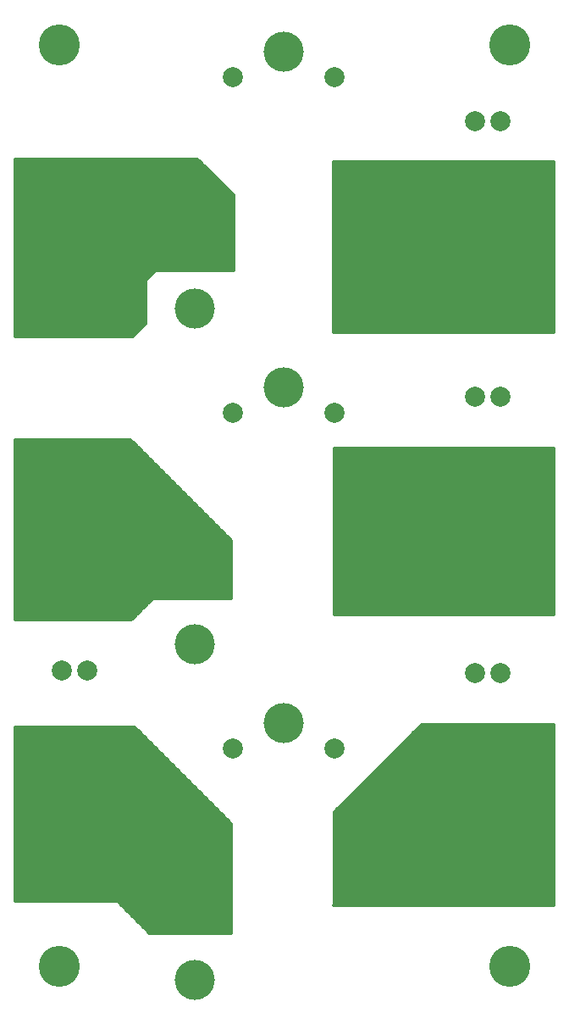
<source format=gtl>
%FSLAX43Y43*%
%MOMM*%
G71*
G01*
G75*
G04 Layer_Physical_Order=1*
%ADD10C,0.300*%
%ADD11C,4.000*%
%ADD12C,2.000*%
%ADD13C,4.100*%
%ADD14C,5.000*%
D10*
X554Y38600D02*
X12200D01*
X554Y38608D02*
X12208D01*
X554Y38708D02*
X12308D01*
X554Y38808D02*
X12408D01*
X554Y38908D02*
X12508D01*
X554Y39008D02*
X12608D01*
X554Y39108D02*
X12708D01*
X554Y39208D02*
X12808D01*
X554Y39308D02*
X12908D01*
X554Y39408D02*
X13008D01*
X554Y39508D02*
X13108D01*
X554Y39608D02*
X13208D01*
X554Y39708D02*
X13308D01*
X554Y39808D02*
X13408D01*
X554Y39908D02*
X13508D01*
X554Y40008D02*
X13608D01*
X554Y40108D02*
X13708D01*
X554Y40208D02*
X13808D01*
X554Y40308D02*
X13908D01*
X554Y40408D02*
X14008D01*
X554Y40508D02*
X14108D01*
X554Y40608D02*
X14208D01*
X554Y40708D02*
X22200D01*
X554Y40808D02*
X22200D01*
X554Y40908D02*
X22200D01*
X554Y38600D02*
Y56600D01*
X588Y38600D02*
Y56600D01*
X688Y38600D02*
Y56600D01*
X788Y38600D02*
Y56600D01*
X888Y38600D02*
Y56600D01*
X988Y38600D02*
Y56600D01*
X554Y41008D02*
X22200D01*
X554Y41108D02*
X22200D01*
X1088Y38600D02*
Y56600D01*
X554Y41208D02*
X22200D01*
X554Y41308D02*
X22200D01*
X554Y41408D02*
X22200D01*
X1188Y38600D02*
Y56600D01*
X1288Y38600D02*
Y56600D01*
X1388Y38600D02*
Y56600D01*
X1488Y38600D02*
Y56600D01*
X1588Y38600D02*
Y56600D01*
X1688Y38600D02*
Y56600D01*
X1788Y38600D02*
Y56600D01*
X1888Y38600D02*
Y56600D01*
X1988Y38600D02*
Y56600D01*
X2088Y38600D02*
Y56600D01*
X2188Y38600D02*
Y56600D01*
X2288Y38600D02*
Y56600D01*
X2388Y38600D02*
Y56600D01*
X554Y41508D02*
X22200D01*
X554Y41608D02*
X22200D01*
X554Y41708D02*
X22200D01*
X554Y41808D02*
X22200D01*
X554Y41908D02*
X22200D01*
X554Y42008D02*
X22200D01*
X554Y42108D02*
X22200D01*
X554Y42208D02*
X22200D01*
X554Y42308D02*
X22200D01*
X554Y42408D02*
X22200D01*
X554Y42508D02*
X22200D01*
X554Y42608D02*
X22200D01*
X554Y42708D02*
X22200D01*
X554Y42808D02*
X22200D01*
X554Y42908D02*
X22200D01*
X554Y43008D02*
X22200D01*
X554Y43108D02*
X22200D01*
X554Y43208D02*
X22200D01*
X554Y43308D02*
X22200D01*
X554Y43408D02*
X22200D01*
X554Y43508D02*
X22200D01*
X554Y43608D02*
X22200D01*
X554Y43708D02*
X22200D01*
X554Y43808D02*
X22200D01*
X554Y43908D02*
X22200D01*
X554Y44008D02*
X22200D01*
X554Y44108D02*
X22200D01*
X554Y44208D02*
X22200D01*
X554Y44308D02*
X22200D01*
X554Y44408D02*
X22200D01*
X554Y44508D02*
X22200D01*
X554Y44608D02*
X22200D01*
X554Y44708D02*
X22200D01*
X554Y44808D02*
X22200D01*
X554Y44908D02*
X22200D01*
X554Y45008D02*
X22200D01*
X554Y45108D02*
X22200D01*
X554Y45208D02*
X22200D01*
X554Y45308D02*
X22200D01*
X554Y45408D02*
X22200D01*
X554Y45508D02*
X22200D01*
X554Y45608D02*
X22200D01*
X554Y45708D02*
X22200D01*
X554Y45808D02*
X22200D01*
X554Y45908D02*
X22200D01*
X554Y46008D02*
X22200D01*
X554Y46108D02*
X22200D01*
X554Y46208D02*
X22200D01*
X554Y46308D02*
X22200D01*
X554Y46408D02*
X22200D01*
X554Y46508D02*
X22192D01*
X554Y52008D02*
X16692D01*
X554Y52108D02*
X16592D01*
X554Y52208D02*
X16492D01*
X554Y51708D02*
X16992D01*
X554Y51808D02*
X16892D01*
X554Y51908D02*
X16792D01*
X554Y52608D02*
X16092D01*
X554Y52708D02*
X15992D01*
X554Y52808D02*
X15892D01*
X554Y52308D02*
X16392D01*
X554Y52408D02*
X16292D01*
X554Y52508D02*
X16192D01*
X554Y53208D02*
X15492D01*
X554Y53308D02*
X15392D01*
X554Y53408D02*
X15292D01*
X554Y52908D02*
X15792D01*
X554Y53008D02*
X15692D01*
X554Y53108D02*
X15592D01*
X554Y53908D02*
X14792D01*
X554Y54008D02*
X14692D01*
X554Y54108D02*
X14592D01*
X554Y53508D02*
X15192D01*
X554Y53608D02*
X15092D01*
X554Y53708D02*
X14992D01*
X554Y53808D02*
X14892D01*
X554Y54508D02*
X14192D01*
X554Y54608D02*
X14092D01*
X554Y54708D02*
X13992D01*
X554Y54208D02*
X14492D01*
X554Y54308D02*
X14392D01*
X554Y54408D02*
X14292D01*
X554Y55108D02*
X13592D01*
X554Y55208D02*
X13492D01*
X554Y55308D02*
X13392D01*
X554Y54808D02*
X13892D01*
X554Y54908D02*
X13792D01*
X554Y55008D02*
X13692D01*
X554Y55708D02*
X12992D01*
X554Y55808D02*
X12892D01*
X554Y55908D02*
X12792D01*
X554Y55408D02*
X13292D01*
X554Y55508D02*
X13192D01*
X554Y55608D02*
X13092D01*
X554Y56408D02*
X12292D01*
X554Y56508D02*
X12192D01*
X554Y56600D02*
X12100D01*
X554Y56008D02*
X12692D01*
X554Y56108D02*
X12592D01*
X554Y56208D02*
X12492D01*
X554Y56308D02*
X12392D01*
X554Y46908D02*
X21792D01*
X554Y47008D02*
X21692D01*
X554Y47108D02*
X21592D01*
X554Y46608D02*
X22092D01*
X554Y46708D02*
X21992D01*
X554Y46808D02*
X21892D01*
X554Y47508D02*
X21192D01*
X554Y47608D02*
X21092D01*
X554Y47708D02*
X20992D01*
X554Y47208D02*
X21492D01*
X554Y47308D02*
X21392D01*
X554Y47408D02*
X21292D01*
X554Y48108D02*
X20592D01*
X554Y48208D02*
X20492D01*
X554Y48308D02*
X20392D01*
X554Y47808D02*
X20892D01*
X554Y47908D02*
X20792D01*
X554Y48008D02*
X20692D01*
X554Y48808D02*
X19892D01*
X554Y48908D02*
X19792D01*
X554Y49008D02*
X19692D01*
X554Y48408D02*
X20292D01*
X554Y48508D02*
X20192D01*
X554Y48608D02*
X20092D01*
X554Y48708D02*
X19992D01*
X554Y49408D02*
X19292D01*
X554Y49508D02*
X19192D01*
X554Y49608D02*
X19092D01*
X554Y49108D02*
X19592D01*
X554Y49208D02*
X19492D01*
X554Y49308D02*
X19392D01*
X554Y50108D02*
X18592D01*
X554Y50208D02*
X18492D01*
X554Y50308D02*
X18392D01*
X554Y49708D02*
X18992D01*
X554Y49808D02*
X18892D01*
X554Y49908D02*
X18792D01*
X554Y50008D02*
X18692D01*
X554Y50708D02*
X17992D01*
X554Y50808D02*
X17892D01*
X554Y50908D02*
X17792D01*
X554Y50408D02*
X18292D01*
X554Y50508D02*
X18192D01*
X554Y50608D02*
X18092D01*
X554Y51408D02*
X17292D01*
X554Y51508D02*
X17192D01*
X554Y51608D02*
X17092D01*
X554Y51008D02*
X17692D01*
X554Y51108D02*
X17592D01*
X554Y51208D02*
X17492D01*
X554Y51308D02*
X17392D01*
X2488Y38600D02*
Y56600D01*
X2588Y38600D02*
Y56600D01*
X2688Y38600D02*
Y56600D01*
X2788Y38600D02*
Y56600D01*
X2888Y38600D02*
Y56600D01*
X2988Y38600D02*
Y56600D01*
X3088Y38600D02*
Y56600D01*
X3188Y38600D02*
Y56600D01*
X3288Y38600D02*
Y56600D01*
X3388Y38600D02*
Y56600D01*
X3488Y38600D02*
Y56600D01*
X3588Y38600D02*
Y56600D01*
X3688Y38600D02*
Y56600D01*
X3788Y38600D02*
Y56600D01*
X3888Y38600D02*
Y56600D01*
X3988Y38600D02*
Y56600D01*
X4088Y38600D02*
Y56600D01*
X4188Y38600D02*
Y56600D01*
X4288Y38600D02*
Y56600D01*
X4388Y38600D02*
Y56600D01*
X4488Y38600D02*
Y56600D01*
X4588Y38600D02*
Y56600D01*
X4688Y38600D02*
Y56600D01*
X4788Y38600D02*
Y56600D01*
X4888Y38600D02*
Y56600D01*
X4988Y38600D02*
Y56600D01*
X5088Y38600D02*
Y56600D01*
X5188Y38600D02*
Y56600D01*
X5288Y38600D02*
Y56600D01*
X5388Y38600D02*
Y56600D01*
X5488Y38600D02*
Y56600D01*
X5588Y38600D02*
Y56600D01*
X5688Y38600D02*
Y56600D01*
X5788Y38600D02*
Y56600D01*
X5888Y38600D02*
Y56600D01*
X5988Y38600D02*
Y56600D01*
X6088Y38600D02*
Y56600D01*
X6188Y38600D02*
Y56600D01*
X6288Y38600D02*
Y56600D01*
X6388Y38600D02*
Y56600D01*
X6488Y38600D02*
Y56600D01*
X6588Y38600D02*
Y56600D01*
X6688Y38600D02*
Y56600D01*
X6788Y38600D02*
Y56600D01*
X6888Y38600D02*
Y56600D01*
X6988Y38600D02*
Y56600D01*
X7088Y38600D02*
Y56600D01*
X7188Y38600D02*
Y56600D01*
X7288Y38600D02*
Y56600D01*
X7388Y38600D02*
Y56600D01*
X7488Y38600D02*
Y56600D01*
X7588Y38600D02*
Y56600D01*
X7688Y38600D02*
Y56600D01*
X7788Y38600D02*
Y56600D01*
X7888Y38600D02*
Y56600D01*
X7988Y38600D02*
Y56600D01*
X8088Y38600D02*
Y56600D01*
X8188Y38600D02*
Y56600D01*
X8288Y38600D02*
Y56600D01*
X8388Y38600D02*
Y56600D01*
X8488Y38600D02*
Y56600D01*
X8588Y38600D02*
Y56600D01*
X8688Y38600D02*
Y56600D01*
X8788Y38600D02*
Y56600D01*
X8888Y38600D02*
Y56600D01*
X8988Y38600D02*
Y56600D01*
X9088Y38600D02*
Y56600D01*
X9188Y38600D02*
Y56600D01*
X9288Y38600D02*
Y56600D01*
X9388Y38600D02*
Y56600D01*
X9488Y38600D02*
Y56600D01*
X12200Y38600D02*
X14300Y40700D01*
X12388Y38788D02*
Y56312D01*
X12188Y38600D02*
Y56512D01*
X12288Y38688D02*
Y56412D01*
X9588Y38600D02*
Y56600D01*
X9688Y38600D02*
Y56600D01*
X9788Y38600D02*
Y56600D01*
X9888Y38600D02*
Y56600D01*
X9988Y38600D02*
Y56600D01*
X10088Y38600D02*
Y56600D01*
X10188Y38600D02*
Y56600D01*
X10288Y38600D02*
Y56600D01*
X10388Y38600D02*
Y56600D01*
X10488Y38600D02*
Y56600D01*
X10588Y38600D02*
Y56600D01*
X10688Y38600D02*
Y56600D01*
X10788Y38600D02*
Y56600D01*
X10888Y38600D02*
Y56600D01*
X10988Y38600D02*
Y56600D01*
X11088Y38600D02*
Y56600D01*
X11188Y38600D02*
Y56600D01*
X11288Y38600D02*
Y56600D01*
X11388Y38600D02*
Y56600D01*
X11488Y38600D02*
Y56600D01*
X11588Y38600D02*
Y56600D01*
X11688Y38600D02*
Y56600D01*
X11788Y38600D02*
Y56600D01*
X11888Y38600D02*
Y56600D01*
X11988Y38600D02*
Y56600D01*
X12088Y38600D02*
Y56600D01*
X15188Y40700D02*
Y53512D01*
X14988Y40700D02*
Y53712D01*
X15088Y40700D02*
Y53612D01*
X15488Y40700D02*
Y53212D01*
X15288Y40700D02*
Y53412D01*
X15388Y40700D02*
Y53312D01*
X15788Y40700D02*
Y52912D01*
X15588Y40700D02*
Y53112D01*
X15688Y40700D02*
Y53012D01*
X16088Y40700D02*
Y52612D01*
X15888Y40700D02*
Y52812D01*
X15988Y40700D02*
Y52712D01*
X16388Y40700D02*
Y52312D01*
X16188Y40700D02*
Y52512D01*
X16288Y40700D02*
Y52412D01*
X16688Y40700D02*
Y52012D01*
X16488Y40700D02*
Y52212D01*
X16588Y40700D02*
Y52112D01*
X16988Y40700D02*
Y51712D01*
X16788Y40700D02*
Y51912D01*
X16888Y40700D02*
Y51812D01*
X17288Y40700D02*
Y51412D01*
X17388Y40700D02*
Y51312D01*
X17088Y40700D02*
Y51612D01*
X17188Y40700D02*
Y51512D01*
X12688Y39088D02*
Y56012D01*
X12488Y38888D02*
Y56212D01*
X12588Y38988D02*
Y56112D01*
X12988Y39388D02*
Y55712D01*
X12788Y39188D02*
Y55912D01*
X12888Y39288D02*
Y55812D01*
X13288Y39688D02*
Y55412D01*
X13088Y39488D02*
Y55612D01*
X13188Y39588D02*
Y55512D01*
X13588Y39988D02*
Y55112D01*
X13388Y39788D02*
Y55312D01*
X13488Y39888D02*
Y55212D01*
X13888Y40288D02*
Y54812D01*
X13688Y40088D02*
Y55012D01*
X13788Y40188D02*
Y54912D01*
X14188Y40588D02*
Y54512D01*
X13988Y40388D02*
Y54712D01*
X14088Y40488D02*
Y54612D01*
X14488Y40700D02*
Y54212D01*
X14288Y40688D02*
Y54412D01*
X14388Y40700D02*
Y54312D01*
X14788Y40700D02*
Y53912D01*
X14888Y40700D02*
Y53812D01*
X14588Y40700D02*
Y54112D01*
X14688Y40700D02*
Y54012D01*
X20188Y40700D02*
Y48512D01*
X19988Y40700D02*
Y48712D01*
X20088Y40700D02*
Y48612D01*
X14300Y40700D02*
X22200D01*
X20288D02*
Y48412D01*
X20388Y40700D02*
Y48312D01*
X20688Y40700D02*
Y48012D01*
X20488Y40700D02*
Y48212D01*
X20588Y40700D02*
Y48112D01*
X20988Y40700D02*
Y47712D01*
X20788Y40700D02*
Y47912D01*
X20888Y40700D02*
Y47812D01*
X21288Y40700D02*
Y47412D01*
X21088Y40700D02*
Y47612D01*
X21188Y40700D02*
Y47512D01*
X21588Y40700D02*
Y47112D01*
X21388Y40700D02*
Y47312D01*
X21488Y40700D02*
Y47212D01*
X21888Y40700D02*
Y46812D01*
X21688Y40700D02*
Y47012D01*
X21788Y40700D02*
Y46912D01*
X22188Y40700D02*
Y46512D01*
X22200Y40700D02*
Y46500D01*
X21988Y40700D02*
Y46712D01*
X22088Y40700D02*
Y46612D01*
X17688Y40700D02*
Y51012D01*
X17488Y40700D02*
Y51212D01*
X17588Y40700D02*
Y51112D01*
X17988Y40700D02*
Y50712D01*
X17788Y40700D02*
Y50912D01*
X17888Y40700D02*
Y50812D01*
X18288Y40700D02*
Y50412D01*
X18088Y40700D02*
Y50612D01*
X18188Y40700D02*
Y50512D01*
X18488Y40700D02*
Y50212D01*
X18588Y40700D02*
Y50112D01*
X12100Y56600D02*
X22200Y46500D01*
X18388Y40700D02*
Y50312D01*
X18888Y40700D02*
Y49812D01*
X18688Y40700D02*
Y50012D01*
X18788Y40700D02*
Y49912D01*
X19188Y40700D02*
Y49512D01*
X18988Y40700D02*
Y49712D01*
X19088Y40700D02*
Y49612D01*
X19488Y40700D02*
Y49212D01*
X19288Y40700D02*
Y49412D01*
X19388Y40700D02*
Y49312D01*
X19788Y40700D02*
Y48912D01*
X19888Y40700D02*
Y48812D01*
X19588Y40700D02*
Y49112D01*
X19688Y40700D02*
Y49012D01*
X554Y10500D02*
X10800D01*
X554Y10508D02*
X22200D01*
X554Y10608D02*
X22200D01*
X554Y10708D02*
X22200D01*
X554Y10808D02*
X22200D01*
X554Y10908D02*
X22200D01*
X554Y11008D02*
X22200D01*
X554Y11108D02*
X22200D01*
X554Y11208D02*
X22200D01*
X554Y11308D02*
X22200D01*
X554Y11408D02*
X22200D01*
X554Y11508D02*
X22200D01*
X554Y11608D02*
X22200D01*
X554Y10500D02*
Y27900D01*
X588Y10500D02*
Y27900D01*
X688Y10500D02*
Y27900D01*
X788Y10500D02*
Y27900D01*
X888Y10500D02*
Y27900D01*
X988Y10500D02*
Y27900D01*
X1088Y10500D02*
Y27900D01*
X1188Y10500D02*
Y27900D01*
X1288Y10500D02*
Y27900D01*
X554Y11708D02*
X22200D01*
X1388Y10500D02*
Y27900D01*
X1488Y10500D02*
Y27900D01*
X1588Y10500D02*
Y27900D01*
X1688Y10500D02*
Y27900D01*
X1788Y10500D02*
Y27900D01*
X1888Y10500D02*
Y27900D01*
X1988Y10500D02*
Y27900D01*
X2088Y10500D02*
Y27900D01*
X2188Y10500D02*
Y27900D01*
X2288Y10500D02*
Y27900D01*
X2388Y10500D02*
Y27900D01*
X2488Y10500D02*
Y27900D01*
X2588Y10500D02*
Y27900D01*
X2688Y10500D02*
Y27900D01*
X2788Y10500D02*
Y27900D01*
X2888Y10500D02*
Y27900D01*
X2988Y10500D02*
Y27900D01*
X3088Y10500D02*
Y27900D01*
X3188Y10500D02*
Y27900D01*
X3288Y10500D02*
Y27900D01*
X3388Y10500D02*
Y27900D01*
X3488Y10500D02*
Y27900D01*
X3588Y10500D02*
Y27900D01*
X3688Y10500D02*
Y27900D01*
X3788Y10500D02*
Y27900D01*
X3888Y10500D02*
Y27900D01*
X3988Y10500D02*
Y27900D01*
X4088Y10500D02*
Y27900D01*
X4188Y10500D02*
Y27900D01*
X4288Y10500D02*
Y27900D01*
X554Y11808D02*
X22200D01*
X554Y11908D02*
X22200D01*
X554Y12008D02*
X22200D01*
X554Y12108D02*
X22200D01*
X554Y12208D02*
X22200D01*
X554Y12308D02*
X22200D01*
X554Y12408D02*
X22200D01*
X554Y12508D02*
X22200D01*
X554Y12608D02*
X22200D01*
X554Y12708D02*
X22200D01*
X554Y12808D02*
X22200D01*
X554Y12908D02*
X22200D01*
X554Y13008D02*
X22200D01*
X554Y13108D02*
X22200D01*
X554Y13208D02*
X22200D01*
X554Y13308D02*
X22200D01*
X554Y13408D02*
X22200D01*
X554Y13508D02*
X22200D01*
X554Y13608D02*
X22200D01*
X554Y13708D02*
X22200D01*
X554Y13808D02*
X22200D01*
X554Y13908D02*
X22200D01*
X554Y14008D02*
X22200D01*
X554Y14108D02*
X22200D01*
X554Y14208D02*
X22200D01*
X554Y14308D02*
X22200D01*
X554Y14408D02*
X22200D01*
X554Y14508D02*
X22200D01*
X554Y14608D02*
X22200D01*
X554Y14708D02*
X22200D01*
X554Y14808D02*
X22200D01*
X554Y14908D02*
X22200D01*
X554Y15008D02*
X22200D01*
X554Y15108D02*
X22200D01*
X554Y15208D02*
X22200D01*
X554Y15308D02*
X22200D01*
X554Y15408D02*
X22200D01*
X554Y15508D02*
X22200D01*
X554Y15608D02*
X22200D01*
X554Y15708D02*
X22200D01*
X554Y15808D02*
X22200D01*
X554Y15908D02*
X22200D01*
X554Y16008D02*
X22200D01*
X554Y16108D02*
X22200D01*
X554Y16208D02*
X22200D01*
X554Y16308D02*
X22200D01*
X554Y16408D02*
X22200D01*
X554Y16508D02*
X22200D01*
X554Y16608D02*
X22200D01*
X554Y16708D02*
X22200D01*
X554Y16808D02*
X22200D01*
X554Y16908D02*
X22200D01*
X554Y17008D02*
X22200D01*
X554Y17108D02*
X22200D01*
X554Y22908D02*
X17492D01*
X554Y23008D02*
X17392D01*
X554Y23108D02*
X17292D01*
X554Y22608D02*
X17792D01*
X554Y22708D02*
X17692D01*
X554Y22808D02*
X17592D01*
X554Y23608D02*
X16792D01*
X554Y23708D02*
X16692D01*
X554Y23808D02*
X16592D01*
X554Y23208D02*
X17192D01*
X554Y23308D02*
X17092D01*
X554Y23408D02*
X16992D01*
X554Y23508D02*
X16892D01*
X554Y24308D02*
X16092D01*
X554Y24408D02*
X15992D01*
X554Y24508D02*
X15892D01*
X554Y23908D02*
X16492D01*
X554Y24008D02*
X16392D01*
X554Y24108D02*
X16292D01*
X554Y24208D02*
X16192D01*
X554Y25008D02*
X15392D01*
X554Y25108D02*
X15292D01*
X554Y25208D02*
X15192D01*
X554Y24608D02*
X15792D01*
X554Y24708D02*
X15692D01*
X554Y24808D02*
X15592D01*
X554Y24908D02*
X15492D01*
X554Y25608D02*
X14792D01*
X554Y25708D02*
X14692D01*
X554Y25808D02*
X14592D01*
X554Y25308D02*
X15092D01*
X554Y25408D02*
X14992D01*
X554Y25508D02*
X14892D01*
X554Y26308D02*
X14092D01*
X554Y26408D02*
X13992D01*
X554Y26508D02*
X13892D01*
X554Y25908D02*
X14492D01*
X554Y26008D02*
X14392D01*
X554Y26108D02*
X14292D01*
X554Y26208D02*
X14192D01*
X554Y27008D02*
X13392D01*
X554Y27108D02*
X13292D01*
X554Y27208D02*
X13192D01*
X554Y26608D02*
X13792D01*
X554Y26708D02*
X13692D01*
X554Y26808D02*
X13592D01*
X554Y26908D02*
X13492D01*
X554Y27708D02*
X12692D01*
X554Y27808D02*
X12592D01*
X554Y27900D02*
X12500D01*
X554Y27308D02*
X13092D01*
X554Y27408D02*
X12992D01*
X554Y27508D02*
X12892D01*
X554Y27608D02*
X12792D01*
X554Y17208D02*
X22200D01*
X554Y17308D02*
X22200D01*
X554Y17408D02*
X22200D01*
X554Y17508D02*
X22200D01*
X554Y17608D02*
X22200D01*
X554Y17708D02*
X22200D01*
X554Y17808D02*
X22200D01*
X554Y18308D02*
X22092D01*
X554Y18408D02*
X21992D01*
X554Y17908D02*
X22200D01*
X554Y18008D02*
X22200D01*
X554Y18108D02*
X22200D01*
X554Y18208D02*
X22192D01*
X554Y18908D02*
X21492D01*
X554Y19008D02*
X21392D01*
X554Y19108D02*
X21292D01*
X554Y18508D02*
X21892D01*
X554Y18608D02*
X21792D01*
X554Y18708D02*
X21692D01*
X554Y18808D02*
X21592D01*
X554Y19608D02*
X20792D01*
X554Y19708D02*
X20692D01*
X554Y19808D02*
X20592D01*
X554Y19208D02*
X21192D01*
X554Y19308D02*
X21092D01*
X554Y19408D02*
X20992D01*
X554Y19508D02*
X20892D01*
X554Y20208D02*
X20192D01*
X554Y20308D02*
X20092D01*
X554Y20408D02*
X19992D01*
X554Y19908D02*
X20492D01*
X554Y20008D02*
X20392D01*
X554Y20108D02*
X20292D01*
X554Y20908D02*
X19492D01*
X554Y21008D02*
X19392D01*
X554Y21108D02*
X19292D01*
X554Y20508D02*
X19892D01*
X554Y20608D02*
X19792D01*
X554Y20708D02*
X19692D01*
X554Y20808D02*
X19592D01*
X554Y21608D02*
X18792D01*
X554Y21708D02*
X18692D01*
X554Y21808D02*
X18592D01*
X554Y21208D02*
X19192D01*
X554Y21308D02*
X19092D01*
X554Y21408D02*
X18992D01*
X554Y21508D02*
X18892D01*
X554Y22308D02*
X18092D01*
X554Y22408D02*
X17992D01*
X554Y22508D02*
X17892D01*
X554Y21908D02*
X18492D01*
X554Y22008D02*
X18392D01*
X554Y22108D02*
X18292D01*
X554Y22208D02*
X18192D01*
X10800Y10500D02*
X14000Y7300D01*
X15688D02*
Y24712D01*
X15788Y7300D02*
Y24612D01*
X16088Y7300D02*
Y24312D01*
X15888Y7300D02*
Y24512D01*
X15988Y7300D02*
Y24412D01*
X16388Y7300D02*
Y24012D01*
X16188Y7300D02*
Y24212D01*
X16288Y7300D02*
Y24112D01*
X16688Y7300D02*
Y23712D01*
X16788Y7300D02*
Y23612D01*
X16488Y7300D02*
Y23912D01*
X16588Y7300D02*
Y23812D01*
X17088Y7300D02*
Y23312D01*
X16888Y7300D02*
Y23512D01*
X16988Y7300D02*
Y23412D01*
X17388Y7300D02*
Y23012D01*
X17188Y7300D02*
Y23212D01*
X17288Y7300D02*
Y23112D01*
X17688Y7300D02*
Y22712D01*
X17488Y7300D02*
Y22912D01*
X17588Y7300D02*
Y22812D01*
X17988Y7300D02*
Y22412D01*
X18088Y7300D02*
Y22312D01*
X17788Y7300D02*
Y22612D01*
X17888Y7300D02*
Y22512D01*
X13888Y7412D02*
Y26512D01*
X13688Y7612D02*
Y26712D01*
X13788Y7512D02*
Y26612D01*
X14188Y7300D02*
Y26212D01*
X13988Y7312D02*
Y26412D01*
X14088Y7300D02*
Y26312D01*
X13188Y8112D02*
Y27212D01*
X12988Y8312D02*
Y27412D01*
X13088Y8212D02*
Y27312D01*
X13488Y7812D02*
Y26912D01*
X13588Y7712D02*
Y26812D01*
X13288Y8012D02*
Y27112D01*
X13388Y7912D02*
Y27012D01*
X14488Y7300D02*
Y25912D01*
X14288Y7300D02*
Y26112D01*
X14388Y7300D02*
Y26012D01*
X14788Y7300D02*
Y25612D01*
X14888Y7300D02*
Y25512D01*
X14588Y7300D02*
Y25812D01*
X14688Y7300D02*
Y25712D01*
X15188Y7300D02*
Y25212D01*
X14988Y7300D02*
Y25412D01*
X15088Y7300D02*
Y25312D01*
X15488Y7300D02*
Y24912D01*
X15588Y7300D02*
Y24812D01*
X15288Y7300D02*
Y25112D01*
X15388Y7300D02*
Y25012D01*
X14000Y7300D02*
X22200D01*
X13992Y7308D02*
X22200D01*
X20888Y7300D02*
Y19512D01*
X13892Y7408D02*
X22200D01*
X13692Y7608D02*
X22200D01*
X13792Y7508D02*
X22200D01*
X13592Y7708D02*
X22200D01*
X13392Y7908D02*
X22200D01*
X13492Y7808D02*
X22200D01*
X13192Y8108D02*
X22200D01*
X13292Y8008D02*
X22200D01*
X12992Y8308D02*
X22200D01*
X13092Y8208D02*
X22200D01*
X21188Y7300D02*
Y19212D01*
X20988Y7300D02*
Y19412D01*
X21088Y7300D02*
Y19312D01*
X21488Y7300D02*
Y18912D01*
X21588Y7300D02*
Y18812D01*
X21288Y7300D02*
Y19112D01*
X21388Y7300D02*
Y19012D01*
X21888Y7300D02*
Y18512D01*
X21688Y7300D02*
Y18712D01*
X21788Y7300D02*
Y18612D01*
X22188Y7300D02*
Y18212D01*
X22200Y7300D02*
Y18200D01*
X21988Y7300D02*
Y18412D01*
X22088Y7300D02*
Y18312D01*
X18388Y7300D02*
Y22012D01*
X18188Y7300D02*
Y22212D01*
X18288Y7300D02*
Y22112D01*
X18688Y7300D02*
Y21712D01*
X18488Y7300D02*
Y21912D01*
X18588Y7300D02*
Y21812D01*
X18988Y7300D02*
Y21412D01*
X18788Y7300D02*
Y21612D01*
X18888Y7300D02*
Y21512D01*
X19288Y7300D02*
Y21112D01*
X19388Y7300D02*
Y21012D01*
X19088Y7300D02*
Y21312D01*
X19188Y7300D02*
Y21212D01*
X19688Y7300D02*
Y20712D01*
X19488Y7300D02*
Y20912D01*
X19588Y7300D02*
Y20812D01*
X19988Y7300D02*
Y20412D01*
X20088Y7300D02*
Y20312D01*
X19788Y7300D02*
Y20612D01*
X19888Y7300D02*
Y20512D01*
X20388Y7300D02*
Y20012D01*
X20188Y7300D02*
Y20212D01*
X20288Y7300D02*
Y20112D01*
X20688Y7300D02*
Y19712D01*
X20788Y7300D02*
Y19612D01*
X20488Y7300D02*
Y19912D01*
X20588Y7300D02*
Y19812D01*
X4388Y10500D02*
Y27900D01*
X4488Y10500D02*
Y27900D01*
X4588Y10500D02*
Y27900D01*
X4688Y10500D02*
Y27900D01*
X4788Y10500D02*
Y27900D01*
X4888Y10500D02*
Y27900D01*
X4988Y10500D02*
Y27900D01*
X5088Y10500D02*
Y27900D01*
X5188Y10500D02*
Y27900D01*
X5288Y10500D02*
Y27900D01*
X5388Y10500D02*
Y27900D01*
X5488Y10500D02*
Y27900D01*
X5588Y10500D02*
Y27900D01*
X5688Y10500D02*
Y27900D01*
X5788Y10500D02*
Y27900D01*
X5888Y10500D02*
Y27900D01*
X5988Y10500D02*
Y27900D01*
X6088Y10500D02*
Y27900D01*
X6188Y10500D02*
Y27900D01*
X6288Y10500D02*
Y27900D01*
X6388Y10500D02*
Y27900D01*
X6488Y10500D02*
Y27900D01*
X6588Y10500D02*
Y27900D01*
X6688Y10500D02*
Y27900D01*
X6788Y10500D02*
Y27900D01*
X6888Y10500D02*
Y27900D01*
X6988Y10500D02*
Y27900D01*
X7088Y10500D02*
Y27900D01*
X7188Y10500D02*
Y27900D01*
X7288Y10500D02*
Y27900D01*
X7388Y10500D02*
Y27900D01*
X7488Y10500D02*
Y27900D01*
X7588Y10500D02*
Y27900D01*
X7688Y10500D02*
Y27900D01*
X7788Y10500D02*
Y27900D01*
X7888Y10500D02*
Y27900D01*
X7988Y10500D02*
Y27900D01*
X8088Y10500D02*
Y27900D01*
X8188Y10500D02*
Y27900D01*
X8288Y10500D02*
Y27900D01*
X8388Y10500D02*
Y27900D01*
X8488Y10500D02*
Y27900D01*
X8588Y10500D02*
Y27900D01*
X8688Y10500D02*
Y27900D01*
X8788Y10500D02*
Y27900D01*
X8888Y10500D02*
Y27900D01*
X8988Y10500D02*
Y27900D01*
X9088Y10500D02*
Y27900D01*
X9188Y10500D02*
Y27900D01*
X9288Y10500D02*
Y27900D01*
X9388Y10500D02*
Y27900D01*
X9488Y10500D02*
Y27900D01*
X9588Y10500D02*
Y27900D01*
X9688Y10500D02*
Y27900D01*
X11892Y9408D02*
X22200D01*
X11692Y9608D02*
X22200D01*
X11792Y9508D02*
X22200D01*
X11592Y9708D02*
X22200D01*
X11392Y9908D02*
X22200D01*
X11492Y9808D02*
X22200D01*
X11292Y10008D02*
X22200D01*
X9788Y10500D02*
Y27900D01*
X9888Y10500D02*
Y27900D01*
X11092Y10208D02*
X22200D01*
X11192Y10108D02*
X22200D01*
X10892Y10408D02*
X22200D01*
X10992Y10308D02*
X22200D01*
X12888Y8412D02*
Y27512D01*
X12688Y8612D02*
Y27712D01*
X12788Y8512D02*
Y27612D01*
X12792Y8508D02*
X22200D01*
X12892Y8408D02*
X22200D01*
X12592Y8708D02*
X22200D01*
X12692Y8608D02*
X22200D01*
X12492Y8808D02*
X22200D01*
X12392Y8908D02*
X22200D01*
X12588Y8712D02*
Y27812D01*
X12192Y9108D02*
X22200D01*
X12292Y9008D02*
X22200D01*
X11992Y9308D02*
X22200D01*
X12092Y9208D02*
X22200D01*
X9988Y10500D02*
Y27900D01*
X10088Y10500D02*
Y27900D01*
X10888Y10412D02*
Y27900D01*
X10988Y10312D02*
Y27900D01*
X11088Y10212D02*
Y27900D01*
X11188Y10112D02*
Y27900D01*
X10188Y10500D02*
Y27900D01*
X10288Y10500D02*
Y27900D01*
X10388Y10500D02*
Y27900D01*
X10488Y10500D02*
Y27900D01*
X10588Y10500D02*
Y27900D01*
X10688Y10500D02*
Y27900D01*
X10788Y10500D02*
Y27900D01*
X11888Y9412D02*
Y27900D01*
X11988Y9312D02*
Y27900D01*
X12088Y9212D02*
Y27900D01*
X12188Y9112D02*
Y27900D01*
X12288Y9012D02*
Y27900D01*
X12388Y8912D02*
Y27900D01*
X12488Y8812D02*
Y27900D01*
X11288Y10012D02*
Y27900D01*
X11388Y9912D02*
Y27900D01*
X11488Y9812D02*
Y27900D01*
X11588Y9712D02*
Y27900D01*
X11688Y9612D02*
Y27900D01*
X11788Y9512D02*
Y27900D01*
X12500D02*
X22200Y18200D01*
X554Y66900D02*
X12300D01*
X554Y66908D02*
X12308D01*
X554Y67008D02*
X12408D01*
X554Y67108D02*
X12508D01*
X554Y67208D02*
X12608D01*
X554Y67308D02*
X12708D01*
X554Y67408D02*
X12808D01*
X554Y67508D02*
X12908D01*
X554Y67608D02*
X13008D01*
X554Y67708D02*
X13108D01*
X554Y67808D02*
X13208D01*
X554Y67908D02*
X13308D01*
X554Y68008D02*
X13408D01*
X554Y68108D02*
X13508D01*
X554Y68208D02*
X13600D01*
X554Y68308D02*
X13600D01*
X554Y68408D02*
X13600D01*
X554Y68508D02*
X13600D01*
X554Y68608D02*
X13600D01*
X554Y68708D02*
X13600D01*
X554Y68808D02*
X13600D01*
X554Y68908D02*
X13600D01*
X554Y69008D02*
X13600D01*
X554Y69108D02*
X13600D01*
X554Y69208D02*
X13600D01*
X554Y66900D02*
Y84600D01*
X588Y66900D02*
Y84600D01*
X688Y66900D02*
Y84600D01*
X788Y66900D02*
Y84600D01*
X888Y66900D02*
Y84600D01*
X988Y66900D02*
Y84600D01*
X1088Y66900D02*
Y84600D01*
X1188Y66900D02*
Y84600D01*
X1288Y66900D02*
Y84600D01*
X554Y69308D02*
X13600D01*
X554Y69408D02*
X13600D01*
X1388Y66900D02*
Y84600D01*
X1488Y66900D02*
Y84600D01*
X1588Y66900D02*
Y84600D01*
X1688Y66900D02*
Y84600D01*
X1788Y66900D02*
Y84600D01*
X1888Y66900D02*
Y84600D01*
X1988Y66900D02*
Y84600D01*
X2088Y66900D02*
Y84600D01*
X2188Y66900D02*
Y84600D01*
X2288Y66900D02*
Y84600D01*
X2388Y66900D02*
Y84600D01*
X2488Y66900D02*
Y84600D01*
X2588Y66900D02*
Y84600D01*
X2688Y66900D02*
Y84600D01*
X554Y69508D02*
X13600D01*
X554Y69608D02*
X13600D01*
X554Y69708D02*
X13600D01*
X554Y69808D02*
X13600D01*
X554Y69908D02*
X13600D01*
X554Y70008D02*
X13600D01*
X554Y70108D02*
X13600D01*
X554Y70208D02*
X13600D01*
X554Y70308D02*
X13600D01*
X554Y70408D02*
X13600D01*
X554Y70508D02*
X13600D01*
X554Y70608D02*
X13600D01*
X554Y70708D02*
X13600D01*
X554Y70808D02*
X13600D01*
X554Y70908D02*
X13600D01*
X554Y71008D02*
X13600D01*
X554Y71108D02*
X13600D01*
X554Y71208D02*
X13600D01*
X554Y71308D02*
X13600D01*
X554Y71408D02*
X13600D01*
X554Y71508D02*
X13600D01*
X554Y71608D02*
X13600D01*
X554Y71708D02*
X13600D01*
X554Y71808D02*
X13600D01*
X554Y71908D02*
X13600D01*
X554Y72008D02*
X13600D01*
X554Y72108D02*
X13600D01*
X554Y72208D02*
X13600D01*
X554Y72308D02*
X13600D01*
X554Y72408D02*
X13600D01*
X554Y72508D02*
X13608D01*
X554Y72608D02*
X13708D01*
X554Y72708D02*
X13808D01*
X554Y72808D02*
X13908D01*
X554Y72908D02*
X14008D01*
X554Y73008D02*
X14108D01*
X554Y73108D02*
X14208D01*
X554Y73208D02*
X14308D01*
X554Y73308D02*
X14408D01*
X554Y73408D02*
X14508D01*
X554Y73508D02*
X22400D01*
X554Y73608D02*
X22400D01*
X554Y73708D02*
X22400D01*
X554Y73808D02*
X22400D01*
X554Y73908D02*
X22400D01*
X554Y74008D02*
X22400D01*
X554Y74108D02*
X22400D01*
X554Y74208D02*
X22400D01*
X554Y74308D02*
X22400D01*
X554Y74408D02*
X22400D01*
X554Y74508D02*
X22400D01*
X554Y74608D02*
X22400D01*
X554Y74708D02*
X22400D01*
X554Y74808D02*
X22400D01*
X554Y74908D02*
X22400D01*
X554Y75008D02*
X22400D01*
X554Y75108D02*
X22400D01*
X554Y75208D02*
X22400D01*
X554Y75308D02*
X22400D01*
X554Y75408D02*
X22400D01*
X554Y75508D02*
X22400D01*
X554Y75608D02*
X22400D01*
X554Y75708D02*
X22400D01*
X554Y81208D02*
X22192D01*
X554Y81308D02*
X22092D01*
X554Y81408D02*
X21992D01*
X554Y75808D02*
X22400D01*
X554Y75908D02*
X22400D01*
X554Y81108D02*
X22292D01*
X554Y81908D02*
X21492D01*
X554Y82008D02*
X21392D01*
X554Y82108D02*
X21292D01*
X554Y81508D02*
X21892D01*
X554Y81608D02*
X21792D01*
X554Y81708D02*
X21692D01*
X554Y81808D02*
X21592D01*
X554Y82508D02*
X20892D01*
X554Y82608D02*
X20792D01*
X554Y82708D02*
X20692D01*
X554Y82208D02*
X21192D01*
X554Y82308D02*
X21092D01*
X554Y82408D02*
X20992D01*
X554Y83108D02*
X20292D01*
X554Y83208D02*
X20192D01*
X554Y83308D02*
X20092D01*
X554Y82808D02*
X20592D01*
X554Y82908D02*
X20492D01*
X554Y83008D02*
X20392D01*
X554Y83708D02*
X19692D01*
X554Y83808D02*
X19592D01*
X554Y83908D02*
X19492D01*
X554Y83408D02*
X19992D01*
X554Y83508D02*
X19892D01*
X554Y83608D02*
X19792D01*
X554Y84408D02*
X18992D01*
X554Y84508D02*
X18892D01*
X554Y84600D02*
X18800D01*
X554Y84008D02*
X19392D01*
X554Y84108D02*
X19292D01*
X554Y84208D02*
X19192D01*
X554Y84308D02*
X19092D01*
X554Y76008D02*
X22400D01*
X554Y76108D02*
X22400D01*
X554Y76208D02*
X22400D01*
X554Y76308D02*
X22400D01*
X554Y76408D02*
X22400D01*
X554Y76508D02*
X22400D01*
X554Y76608D02*
X22400D01*
X554Y76708D02*
X22400D01*
X554Y76808D02*
X22400D01*
X554Y76908D02*
X22400D01*
X554Y77008D02*
X22400D01*
X554Y77108D02*
X22400D01*
X554Y77208D02*
X22400D01*
X554Y77308D02*
X22400D01*
X554Y77408D02*
X22400D01*
X554Y77508D02*
X22400D01*
X554Y77608D02*
X22400D01*
X554Y77708D02*
X22400D01*
X554Y77808D02*
X22400D01*
X554Y77908D02*
X22400D01*
X554Y78008D02*
X22400D01*
X554Y78108D02*
X22400D01*
X554Y78208D02*
X22400D01*
X554Y78308D02*
X22400D01*
X554Y78408D02*
X22400D01*
X554Y78508D02*
X22400D01*
X554Y78608D02*
X22400D01*
X554Y78708D02*
X22400D01*
X554Y78808D02*
X22400D01*
X554Y78908D02*
X22400D01*
X554Y79008D02*
X22400D01*
X554Y79108D02*
X22400D01*
X554Y79208D02*
X22400D01*
X554Y79308D02*
X22400D01*
X554Y79408D02*
X22400D01*
X554Y79508D02*
X22400D01*
X554Y79608D02*
X22400D01*
X554Y79708D02*
X22400D01*
X554Y79808D02*
X22400D01*
X554Y79908D02*
X22400D01*
X554Y80008D02*
X22400D01*
X554Y80108D02*
X22400D01*
X554Y80208D02*
X22400D01*
X554Y80308D02*
X22400D01*
X554Y80408D02*
X22400D01*
X554Y80508D02*
X22400D01*
X554Y80608D02*
X22400D01*
X554Y80708D02*
X22400D01*
X554Y80808D02*
X22400D01*
X554Y80908D02*
X22400D01*
X554Y81008D02*
X22392D01*
X2788Y66900D02*
Y84600D01*
X2888Y66900D02*
Y84600D01*
X2988Y66900D02*
Y84600D01*
X3088Y66900D02*
Y84600D01*
X3188Y66900D02*
Y84600D01*
X3288Y66900D02*
Y84600D01*
X3388Y66900D02*
Y84600D01*
X3488Y66900D02*
Y84600D01*
X3588Y66900D02*
Y84600D01*
X3688Y66900D02*
Y84600D01*
X3788Y66900D02*
Y84600D01*
X3888Y66900D02*
Y84600D01*
X3988Y66900D02*
Y84600D01*
X4088Y66900D02*
Y84600D01*
X4188Y66900D02*
Y84600D01*
X4288Y66900D02*
Y84600D01*
X4388Y66900D02*
Y84600D01*
X4488Y66900D02*
Y84600D01*
X4588Y66900D02*
Y84600D01*
X4688Y66900D02*
Y84600D01*
X4788Y66900D02*
Y84600D01*
X4888Y66900D02*
Y84600D01*
X4988Y66900D02*
Y84600D01*
X5088Y66900D02*
Y84600D01*
X5188Y66900D02*
Y84600D01*
X5288Y66900D02*
Y84600D01*
X5388Y66900D02*
Y84600D01*
X5488Y66900D02*
Y84600D01*
X5588Y66900D02*
Y84600D01*
X5688Y66900D02*
Y84600D01*
X5788Y66900D02*
Y84600D01*
X5888Y66900D02*
Y84600D01*
X5988Y66900D02*
Y84600D01*
X6088Y66900D02*
Y84600D01*
X6188Y66900D02*
Y84600D01*
X6288Y66900D02*
Y84600D01*
X6388Y66900D02*
Y84600D01*
X6488Y66900D02*
Y84600D01*
X6588Y66900D02*
Y84600D01*
X6688Y66900D02*
Y84600D01*
X6788Y66900D02*
Y84600D01*
X6888Y66900D02*
Y84600D01*
X6988Y66900D02*
Y84600D01*
X7088Y66900D02*
Y84600D01*
X7188Y66900D02*
Y84600D01*
X7288Y66900D02*
Y84600D01*
X7388Y66900D02*
Y84600D01*
X7488Y66900D02*
Y84600D01*
X7588Y66900D02*
Y84600D01*
X7688Y66900D02*
Y84600D01*
X7788Y66900D02*
Y84600D01*
X7888Y66900D02*
Y84600D01*
X7988Y66900D02*
Y84600D01*
X8088Y66900D02*
Y84600D01*
X8188Y66900D02*
Y84600D01*
X8288Y66900D02*
Y84600D01*
X8388Y66900D02*
Y84600D01*
X8488Y66900D02*
Y84600D01*
X8588Y66900D02*
Y84600D01*
X8688Y66900D02*
Y84600D01*
X8788Y66900D02*
Y84600D01*
X8888Y66900D02*
Y84600D01*
X8988Y66900D02*
Y84600D01*
X9088Y66900D02*
Y84600D01*
X9188Y66900D02*
Y84600D01*
X9288Y66900D02*
Y84600D01*
X9388Y66900D02*
Y84600D01*
X9488Y66900D02*
Y84600D01*
X9588Y66900D02*
Y84600D01*
X9688Y66900D02*
Y84600D01*
X9788Y66900D02*
Y84600D01*
X9888Y66900D02*
Y84600D01*
X12300Y66900D02*
X13600Y68200D01*
X9988Y66900D02*
Y84600D01*
X10088Y66900D02*
Y84600D01*
X10188Y66900D02*
Y84600D01*
X10288Y66900D02*
Y84600D01*
X10388Y66900D02*
Y84600D01*
X10488Y66900D02*
Y84600D01*
X10588Y66900D02*
Y84600D01*
X10688Y66900D02*
Y84600D01*
X10788Y66900D02*
Y84600D01*
X10888Y66900D02*
Y84600D01*
X10988Y66900D02*
Y84600D01*
X11088Y66900D02*
Y84600D01*
X11188Y66900D02*
Y84600D01*
X11288Y66900D02*
Y84600D01*
X11388Y66900D02*
Y84600D01*
X11488Y66900D02*
Y84600D01*
X11588Y66900D02*
Y84600D01*
X11688Y66900D02*
Y84600D01*
X11788Y66900D02*
Y84600D01*
X11888Y66900D02*
Y84600D01*
X11988Y66900D02*
Y84600D01*
X12088Y66900D02*
Y84600D01*
X12188Y66900D02*
Y84600D01*
X12288Y66900D02*
Y84600D01*
X12388Y66988D02*
Y84600D01*
X12488Y67088D02*
Y84600D01*
X12588Y67188D02*
Y84600D01*
X12688Y67288D02*
Y84600D01*
X12788Y67388D02*
Y84600D01*
X12888Y67488D02*
Y84600D01*
X12988Y67588D02*
Y84600D01*
X13088Y67688D02*
Y84600D01*
X13188Y67788D02*
Y84600D01*
X13288Y67888D02*
Y84600D01*
X13600Y68200D02*
Y72500D01*
X13388Y67988D02*
Y84600D01*
X13488Y68088D02*
Y84600D01*
X13600Y72500D02*
X14600Y73500D01*
X13588Y68188D02*
Y84600D01*
X13688Y72588D02*
Y84600D01*
X13788Y72688D02*
Y84600D01*
X13888Y72788D02*
Y84600D01*
X13988Y72888D02*
Y84600D01*
X14088Y72988D02*
Y84600D01*
X14188Y73088D02*
Y84600D01*
X14288Y73188D02*
Y84600D01*
X14388Y73288D02*
Y84600D01*
X14488Y73388D02*
Y84600D01*
X14588Y73488D02*
Y84600D01*
X14688Y73500D02*
Y84600D01*
X14788Y73500D02*
Y84600D01*
X14888Y73500D02*
Y84600D01*
X14988Y73500D02*
Y84600D01*
X15088Y73500D02*
Y84600D01*
X15188Y73500D02*
Y84600D01*
X15288Y73500D02*
Y84600D01*
X15388Y73500D02*
Y84600D01*
X15488Y73500D02*
Y84600D01*
X15588Y73500D02*
Y84600D01*
X15688Y73500D02*
Y84600D01*
X15788Y73500D02*
Y84600D01*
X15888Y73500D02*
Y84600D01*
X15988Y73500D02*
Y84600D01*
X16088Y73500D02*
Y84600D01*
X16188Y73500D02*
Y84600D01*
X16288Y73500D02*
Y84600D01*
X16388Y73500D02*
Y84600D01*
X16488Y73500D02*
Y84600D01*
X16588Y73500D02*
Y84600D01*
X16688Y73500D02*
Y84600D01*
X16788Y73500D02*
Y84600D01*
X16888Y73500D02*
Y84600D01*
X16988Y73500D02*
Y84600D01*
X17088Y73500D02*
Y84600D01*
X17188Y73500D02*
Y84600D01*
X17288Y73500D02*
Y84600D01*
X17388Y73500D02*
Y84600D01*
X17488Y73500D02*
Y84600D01*
X17588Y73500D02*
Y84600D01*
X20388Y73500D02*
Y83012D01*
X20188Y73500D02*
Y83212D01*
X20288Y73500D02*
Y83112D01*
X14600Y73500D02*
X22400D01*
X20488D02*
Y82912D01*
X20588Y73500D02*
Y82812D01*
X20888Y73500D02*
Y82512D01*
X20688Y73500D02*
Y82712D01*
X20788Y73500D02*
Y82612D01*
X21188Y73500D02*
Y82212D01*
X20988Y73500D02*
Y82412D01*
X21088Y73500D02*
Y82312D01*
X21488Y73500D02*
Y81912D01*
X21288Y73500D02*
Y82112D01*
X21388Y73500D02*
Y82012D01*
X21788Y73500D02*
Y81612D01*
X21588Y73500D02*
Y81812D01*
X21688Y73500D02*
Y81712D01*
X22088Y73500D02*
Y81312D01*
X21888Y73500D02*
Y81512D01*
X21988Y73500D02*
Y81412D01*
X22400Y73500D02*
Y81000D01*
X22388Y73500D02*
Y81012D01*
X22188Y73500D02*
Y81212D01*
X22288Y73500D02*
Y81112D01*
X17688Y73500D02*
Y84600D01*
X17788Y73500D02*
Y84600D01*
X17888Y73500D02*
Y84600D01*
X17988Y73500D02*
Y84600D01*
X18088Y73500D02*
Y84600D01*
X18188Y73500D02*
Y84600D01*
X18288Y73500D02*
Y84600D01*
X18388Y73500D02*
Y84600D01*
X18488Y73500D02*
Y84600D01*
X18588Y73500D02*
Y84600D01*
X18688Y73500D02*
Y84600D01*
X18788Y73500D02*
Y84600D01*
X18800D02*
X22400Y81000D01*
X19088Y73500D02*
Y84312D01*
X18888Y73500D02*
Y84512D01*
X18988Y73500D02*
Y84412D01*
X19388Y73500D02*
Y84012D01*
X19188Y73500D02*
Y84212D01*
X19288Y73500D02*
Y84112D01*
X19688Y73500D02*
Y83712D01*
X19488Y73500D02*
Y83912D01*
X19588Y73500D02*
Y83812D01*
X19988Y73500D02*
Y83412D01*
X20088Y73500D02*
Y83312D01*
X19788Y73500D02*
Y83612D01*
X19888Y73500D02*
Y83512D01*
X32400Y67300D02*
X54446D01*
X32400Y67308D02*
X54446D01*
X32400Y67408D02*
X54446D01*
X32400Y67508D02*
X54446D01*
X32400Y67608D02*
X54446D01*
X32400Y67708D02*
X54446D01*
X32400Y67808D02*
X54446D01*
X32400Y67908D02*
X54446D01*
X32400Y68008D02*
X54446D01*
X32400Y68108D02*
X54446D01*
X32400Y68208D02*
X54446D01*
X32400Y68308D02*
X54446D01*
X32400Y68408D02*
X54446D01*
X32400Y68508D02*
X54446D01*
X32400Y68608D02*
X54446D01*
X32400Y68708D02*
X54446D01*
X32400Y68808D02*
X54446D01*
X32400Y68908D02*
X54446D01*
X32400Y69008D02*
X54446D01*
X32400Y69108D02*
X54446D01*
X32400Y69208D02*
X54446D01*
X32400Y69308D02*
X54446D01*
X32400Y69408D02*
X54446D01*
X32400Y69508D02*
X54446D01*
X32400Y67300D02*
Y84300D01*
X32488Y67300D02*
Y84300D01*
X32588Y67300D02*
Y84300D01*
X32688Y67300D02*
Y84300D01*
X32788Y67300D02*
Y84300D01*
X32888Y67300D02*
Y84300D01*
X32988Y67300D02*
Y84300D01*
X33088Y67300D02*
Y84300D01*
X33188Y67300D02*
Y84300D01*
X33288Y67300D02*
Y84300D01*
X33388Y67300D02*
Y84300D01*
X33488Y67300D02*
Y84300D01*
X33588Y67300D02*
Y84300D01*
X33688Y67300D02*
Y84300D01*
X33788Y67300D02*
Y84300D01*
X33888Y67300D02*
Y84300D01*
X33988Y67300D02*
Y84300D01*
X34088Y67300D02*
Y84300D01*
X34188Y67300D02*
Y84300D01*
X34288Y67300D02*
Y84300D01*
X34388Y67300D02*
Y84300D01*
X34488Y67300D02*
Y84300D01*
X34588Y67300D02*
Y84300D01*
X34688Y67300D02*
Y84300D01*
X34788Y67300D02*
Y84300D01*
X32400Y69608D02*
X54446D01*
X32400Y69708D02*
X54446D01*
X32400Y69808D02*
X54446D01*
X32400Y69908D02*
X54446D01*
X32400Y70008D02*
X54446D01*
X32400Y70108D02*
X54446D01*
X32400Y70208D02*
X54446D01*
X32400Y70308D02*
X54446D01*
X32400Y70408D02*
X54446D01*
X32400Y70508D02*
X54446D01*
X32400Y70608D02*
X54446D01*
X32400Y70708D02*
X54446D01*
X32400Y70808D02*
X54446D01*
X32400Y70908D02*
X54446D01*
X32400Y71008D02*
X54446D01*
X32400Y71108D02*
X54446D01*
X32400Y71208D02*
X54446D01*
X32400Y71308D02*
X54446D01*
X32400Y71408D02*
X54446D01*
X32400Y71508D02*
X54446D01*
X32400Y71608D02*
X54446D01*
X32400Y71708D02*
X54446D01*
X32400Y71808D02*
X54446D01*
X32400Y71908D02*
X54446D01*
X32400Y72008D02*
X54446D01*
X32400Y72108D02*
X54446D01*
X32400Y72208D02*
X54446D01*
X32400Y72308D02*
X54446D01*
X32400Y72408D02*
X54446D01*
X32400Y72508D02*
X54446D01*
X32400Y72608D02*
X54446D01*
X32400Y72708D02*
X54446D01*
X32400Y72808D02*
X54446D01*
X32400Y72908D02*
X54446D01*
X32400Y73008D02*
X54446D01*
X32400Y73108D02*
X54446D01*
X32400Y73208D02*
X54446D01*
X32400Y73308D02*
X54446D01*
X32400Y73408D02*
X54446D01*
X32400Y73508D02*
X54446D01*
X32400Y73608D02*
X54446D01*
X32400Y73708D02*
X54446D01*
X32400Y73808D02*
X54446D01*
X32400Y73908D02*
X54446D01*
X32400Y74008D02*
X54446D01*
X32400Y74108D02*
X54446D01*
X32400Y74208D02*
X54446D01*
X32400Y74308D02*
X54446D01*
X32400Y74408D02*
X54446D01*
X32400Y74508D02*
X54446D01*
X32400Y74608D02*
X54446D01*
X32400Y74708D02*
X54446D01*
X32400Y74808D02*
X54446D01*
X32400Y74908D02*
X54446D01*
X32400Y75008D02*
X54446D01*
X32400Y75108D02*
X54446D01*
X32400Y75208D02*
X54446D01*
X32400Y75308D02*
X54446D01*
X32400Y75408D02*
X54446D01*
X32400Y75508D02*
X54446D01*
X32400Y75608D02*
X54446D01*
X32400Y75708D02*
X54446D01*
X32400Y75808D02*
X54446D01*
X32400Y75908D02*
X54446D01*
X32400Y76008D02*
X54446D01*
X32400Y76108D02*
X54446D01*
X32400Y76208D02*
X54446D01*
X32400Y76308D02*
X54446D01*
X32400Y76408D02*
X54446D01*
X32400Y76508D02*
X54446D01*
X32400Y76608D02*
X54446D01*
X32400Y76708D02*
X54446D01*
X32400Y76808D02*
X54446D01*
X32400Y76908D02*
X54446D01*
X32400Y77008D02*
X54446D01*
X32400Y77108D02*
X54446D01*
X32400Y77208D02*
X54446D01*
X32400Y77308D02*
X54446D01*
X32400Y77408D02*
X54446D01*
X32400Y77508D02*
X54446D01*
X32400Y77608D02*
X54446D01*
X32400Y77708D02*
X54446D01*
X32400Y77808D02*
X54446D01*
X32400Y77908D02*
X54446D01*
X32400Y78008D02*
X54446D01*
X32400Y78108D02*
X54446D01*
X32400Y78208D02*
X54446D01*
X32400Y78308D02*
X54446D01*
X32400Y78408D02*
X54446D01*
X32400Y78508D02*
X54446D01*
X32400Y78608D02*
X54446D01*
X32400Y78708D02*
X54446D01*
X32400Y78808D02*
X54446D01*
X32400Y78908D02*
X54446D01*
X32400Y79008D02*
X54446D01*
X32400Y79108D02*
X54446D01*
X32400Y79208D02*
X54446D01*
X32400Y79308D02*
X54446D01*
X32400Y79408D02*
X54446D01*
X32400Y79508D02*
X54446D01*
X32400Y79608D02*
X54446D01*
X32400Y79708D02*
X54446D01*
X32400Y79808D02*
X54446D01*
X32400Y79908D02*
X54446D01*
X32400Y80008D02*
X54446D01*
X32400Y80108D02*
X54446D01*
X32400Y80208D02*
X54446D01*
X32400Y80308D02*
X54446D01*
X32400Y80408D02*
X54446D01*
X32400Y80508D02*
X54446D01*
X32400Y80608D02*
X54446D01*
X32400Y80708D02*
X54446D01*
X32400Y80808D02*
X54446D01*
X32400Y80908D02*
X54446D01*
X32400Y81008D02*
X54446D01*
X32400Y81108D02*
X54446D01*
X32400Y81208D02*
X54446D01*
X32400Y81308D02*
X54446D01*
X32400Y81408D02*
X54446D01*
X32400Y81508D02*
X54446D01*
X32400Y81608D02*
X54446D01*
X32400Y81708D02*
X54446D01*
X32400Y81808D02*
X54446D01*
X32400Y81908D02*
X54446D01*
X32400Y82008D02*
X54446D01*
X32400Y82108D02*
X54446D01*
X32400Y82208D02*
X54446D01*
X32400Y82308D02*
X54446D01*
X32400Y82408D02*
X54446D01*
X32400Y82508D02*
X54446D01*
X32400Y82608D02*
X54446D01*
X32400Y82708D02*
X54446D01*
X32400Y82808D02*
X54446D01*
X32400Y82908D02*
X54446D01*
X32400Y83008D02*
X54446D01*
X32400Y83108D02*
X54446D01*
X32400Y83208D02*
X54446D01*
X32400Y83308D02*
X54446D01*
X32400Y83408D02*
X54446D01*
X32400Y83508D02*
X54446D01*
X32400Y83608D02*
X54446D01*
X32400Y83708D02*
X54446D01*
X32400Y83808D02*
X54446D01*
X32400Y83908D02*
X54446D01*
X32400Y84008D02*
X54446D01*
X32400Y84108D02*
X54446D01*
X32400Y84208D02*
X54446D01*
X32400Y84300D02*
X54446D01*
X34888Y67300D02*
Y84300D01*
X34988Y67300D02*
Y84300D01*
X35088Y67300D02*
Y84300D01*
X35188Y67300D02*
Y84300D01*
X35288Y67300D02*
Y84300D01*
X35388Y67300D02*
Y84300D01*
X35488Y67300D02*
Y84300D01*
X35588Y67300D02*
Y84300D01*
X35688Y67300D02*
Y84300D01*
X35788Y67300D02*
Y84300D01*
X35888Y67300D02*
Y84300D01*
X35988Y67300D02*
Y84300D01*
X36088Y67300D02*
Y84300D01*
X36188Y67300D02*
Y84300D01*
X36288Y67300D02*
Y84300D01*
X36388Y67300D02*
Y84300D01*
X36488Y67300D02*
Y84300D01*
X36588Y67300D02*
Y84300D01*
X36688Y67300D02*
Y84300D01*
X36788Y67300D02*
Y84300D01*
X36888Y67300D02*
Y84300D01*
X36988Y67300D02*
Y84300D01*
X37088Y67300D02*
Y84300D01*
X37188Y67300D02*
Y84300D01*
X37288Y67300D02*
Y84300D01*
X37388Y67300D02*
Y84300D01*
X37488Y67300D02*
Y84300D01*
X37588Y67300D02*
Y84300D01*
X37688Y67300D02*
Y84300D01*
X37788Y67300D02*
Y84300D01*
X37888Y67300D02*
Y84300D01*
X37988Y67300D02*
Y84300D01*
X38088Y67300D02*
Y84300D01*
X38188Y67300D02*
Y84300D01*
X38288Y67300D02*
Y84300D01*
X38388Y67300D02*
Y84300D01*
X38488Y67300D02*
Y84300D01*
X38588Y67300D02*
Y84300D01*
X38688Y67300D02*
Y84300D01*
X38788Y67300D02*
Y84300D01*
X38888Y67300D02*
Y84300D01*
X38988Y67300D02*
Y84300D01*
X39088Y67300D02*
Y84300D01*
X39188Y67300D02*
Y84300D01*
X39288Y67300D02*
Y84300D01*
X39388Y67300D02*
Y84300D01*
X39488Y67300D02*
Y84300D01*
X39588Y67300D02*
Y84300D01*
X39688Y67300D02*
Y84300D01*
X39788Y67300D02*
Y84300D01*
X39888Y67300D02*
Y84300D01*
X39988Y67300D02*
Y84300D01*
X40088Y67300D02*
Y84300D01*
X40188Y67300D02*
Y84300D01*
X40288Y67300D02*
Y84300D01*
X40388Y67300D02*
Y84300D01*
X40488Y67300D02*
Y84300D01*
X40588Y67300D02*
Y84300D01*
X40688Y67300D02*
Y84300D01*
X40788Y67300D02*
Y84300D01*
X40888Y67300D02*
Y84300D01*
X40988Y67300D02*
Y84300D01*
X41088Y67300D02*
Y84300D01*
X41188Y67300D02*
Y84300D01*
X41288Y67300D02*
Y84300D01*
X41388Y67300D02*
Y84300D01*
X41488Y67300D02*
Y84300D01*
X41588Y67300D02*
Y84300D01*
X41688Y67300D02*
Y84300D01*
X41788Y67300D02*
Y84300D01*
X41888Y67300D02*
Y84300D01*
X41988Y67300D02*
Y84300D01*
X42088Y67300D02*
Y84300D01*
X42188Y67300D02*
Y84300D01*
X42288Y67300D02*
Y84300D01*
X42388Y67300D02*
Y84300D01*
X42488Y67300D02*
Y84300D01*
X42588Y67300D02*
Y84300D01*
X42688Y67300D02*
Y84300D01*
X42788Y67300D02*
Y84300D01*
X42888Y67300D02*
Y84300D01*
X42988Y67300D02*
Y84300D01*
X43088Y67300D02*
Y84300D01*
X43188Y67300D02*
Y84300D01*
X43288Y67300D02*
Y84300D01*
X43388Y67300D02*
Y84300D01*
X43488Y67300D02*
Y84300D01*
X43588Y67300D02*
Y84300D01*
X43688Y67300D02*
Y84300D01*
X43788Y67300D02*
Y84300D01*
X43888Y67300D02*
Y84300D01*
X43988Y67300D02*
Y84300D01*
X44088Y67300D02*
Y84300D01*
X44188Y67300D02*
Y84300D01*
X44288Y67300D02*
Y84300D01*
X44388Y67300D02*
Y84300D01*
X44488Y67300D02*
Y84300D01*
X44588Y67300D02*
Y84300D01*
X44688Y67300D02*
Y84300D01*
X44788Y67300D02*
Y84300D01*
X44888Y67300D02*
Y84300D01*
X44988Y67300D02*
Y84300D01*
X45088Y67300D02*
Y84300D01*
X45188Y67300D02*
Y84300D01*
X45288Y67300D02*
Y84300D01*
X45388Y67300D02*
Y84300D01*
X45488Y67300D02*
Y84300D01*
X45588Y67300D02*
Y84300D01*
X45688Y67300D02*
Y84300D01*
X45788Y67300D02*
Y84300D01*
X45888Y67300D02*
Y84300D01*
X45988Y67300D02*
Y84300D01*
X46088Y67300D02*
Y84300D01*
X46188Y67300D02*
Y84300D01*
X46288Y67300D02*
Y84300D01*
X46388Y67300D02*
Y84300D01*
X46488Y67300D02*
Y84300D01*
X46588Y67300D02*
Y84300D01*
X46688Y67300D02*
Y84300D01*
X46788Y67300D02*
Y84300D01*
X46888Y67300D02*
Y84300D01*
X46988Y67300D02*
Y84300D01*
X47088Y67300D02*
Y84300D01*
X47188Y67300D02*
Y84300D01*
X47288Y67300D02*
Y84300D01*
X47388Y67300D02*
Y84300D01*
X47488Y67300D02*
Y84300D01*
X47588Y67300D02*
Y84300D01*
X47688Y67300D02*
Y84300D01*
X47788Y67300D02*
Y84300D01*
X47888Y67300D02*
Y84300D01*
X47988Y67300D02*
Y84300D01*
X48088Y67300D02*
Y84300D01*
X48188Y67300D02*
Y84300D01*
X48288Y67300D02*
Y84300D01*
X48388Y67300D02*
Y84300D01*
X48488Y67300D02*
Y84300D01*
X48588Y67300D02*
Y84300D01*
X48688Y67300D02*
Y84300D01*
X48788Y67300D02*
Y84300D01*
X48888Y67300D02*
Y84300D01*
X48988Y67300D02*
Y84300D01*
X49088Y67300D02*
Y84300D01*
X49188Y67300D02*
Y84300D01*
X49288Y67300D02*
Y84300D01*
X49388Y67300D02*
Y84300D01*
X49488Y67300D02*
Y84300D01*
X49588Y67300D02*
Y84300D01*
X49688Y67300D02*
Y84300D01*
X49788Y67300D02*
Y84300D01*
X49888Y67300D02*
Y84300D01*
X49988Y67300D02*
Y84300D01*
X50088Y67300D02*
Y84300D01*
X50188Y67300D02*
Y84300D01*
X50288Y67300D02*
Y84300D01*
X50388Y67300D02*
Y84300D01*
X50488Y67300D02*
Y84300D01*
X50588Y67300D02*
Y84300D01*
X50688Y67300D02*
Y84300D01*
X50788Y67300D02*
Y84300D01*
X50888Y67300D02*
Y84300D01*
X50988Y67300D02*
Y84300D01*
X51088Y67300D02*
Y84300D01*
X51188Y67300D02*
Y84300D01*
X51288Y67300D02*
Y84300D01*
X51388Y67300D02*
Y84300D01*
X51488Y67300D02*
Y84300D01*
X51588Y67300D02*
Y84300D01*
X51688Y67300D02*
Y84300D01*
X51788Y67300D02*
Y84300D01*
X51888Y67300D02*
Y84300D01*
X51988Y67300D02*
Y84300D01*
X52088Y67300D02*
Y84300D01*
X52188Y67300D02*
Y84300D01*
X52288Y67300D02*
Y84300D01*
X52388Y67300D02*
Y84300D01*
X52488Y67300D02*
Y84300D01*
X52588Y67300D02*
Y84300D01*
X52688Y67300D02*
Y84300D01*
X52788Y67300D02*
Y84300D01*
X52888Y67300D02*
Y84300D01*
X52988Y67300D02*
Y84300D01*
X53088Y67300D02*
Y84300D01*
X53188Y67300D02*
Y84300D01*
X53288Y67300D02*
Y84300D01*
X53388Y67300D02*
Y84300D01*
X53488Y67300D02*
Y84300D01*
X53588Y67300D02*
Y84300D01*
X53688Y67300D02*
Y84300D01*
X53788Y67300D02*
Y84300D01*
X53888Y67300D02*
Y84300D01*
X53988Y67300D02*
Y84300D01*
X54088Y67300D02*
Y84300D01*
X54188Y67300D02*
Y84300D01*
X54288Y67300D02*
Y84300D01*
X54388Y67300D02*
Y84300D01*
X54446Y67300D02*
Y84300D01*
X32500Y39100D02*
X54446D01*
X32500Y39108D02*
X54446D01*
X32500Y39208D02*
X54446D01*
X32500Y39308D02*
X54446D01*
X32500Y39408D02*
X54446D01*
X32500Y39508D02*
X54446D01*
X32500Y39608D02*
X54446D01*
X32500Y39708D02*
X54446D01*
X32500Y39808D02*
X54446D01*
X32500Y39908D02*
X54446D01*
X32500Y40008D02*
X54446D01*
X32500Y40108D02*
X54446D01*
X32500Y40208D02*
X54446D01*
X32500Y39100D02*
Y55700D01*
X32588Y39100D02*
Y55700D01*
X32500Y40308D02*
X54446D01*
X32500Y40408D02*
X54446D01*
X32500Y40508D02*
X54446D01*
X32500Y40608D02*
X54446D01*
X32500Y40708D02*
X54446D01*
X32500Y40808D02*
X54446D01*
X32500Y40908D02*
X54446D01*
X32500Y41008D02*
X54446D01*
X32500Y41108D02*
X54446D01*
X32688Y39100D02*
Y55700D01*
X32788Y39100D02*
Y55700D01*
X32888Y39100D02*
Y55700D01*
X32988Y39100D02*
Y55700D01*
X33088Y39100D02*
Y55700D01*
X33188Y39100D02*
Y55700D01*
X33288Y39100D02*
Y55700D01*
X33388Y39100D02*
Y55700D01*
X33488Y39100D02*
Y55700D01*
X33588Y39100D02*
Y55700D01*
X33688Y39100D02*
Y55700D01*
X33788Y39100D02*
Y55700D01*
X33888Y39100D02*
Y55700D01*
X33988Y39100D02*
Y55700D01*
X34088Y39100D02*
Y55700D01*
X34188Y39100D02*
Y55700D01*
X34288Y39100D02*
Y55700D01*
X34388Y39100D02*
Y55700D01*
X34488Y39100D02*
Y55700D01*
X34588Y39100D02*
Y55700D01*
X34688Y39100D02*
Y55700D01*
X34788Y39100D02*
Y55700D01*
X34888Y39100D02*
Y55700D01*
X34988Y39100D02*
Y55700D01*
X32500Y41208D02*
X54446D01*
X32500Y41308D02*
X54446D01*
X32500Y41408D02*
X54446D01*
X32500Y41508D02*
X54446D01*
X32500Y41608D02*
X54446D01*
X32500Y41708D02*
X54446D01*
X32500Y41808D02*
X54446D01*
X32500Y41908D02*
X54446D01*
X32500Y42008D02*
X54446D01*
X32500Y42108D02*
X54446D01*
X32500Y42208D02*
X54446D01*
X32500Y42308D02*
X54446D01*
X32500Y42408D02*
X54446D01*
X32500Y42508D02*
X54446D01*
X32500Y42608D02*
X54446D01*
X32500Y42708D02*
X54446D01*
X32500Y42808D02*
X54446D01*
X32500Y42908D02*
X54446D01*
X32500Y43008D02*
X54446D01*
X32500Y43108D02*
X54446D01*
X32500Y43208D02*
X54446D01*
X32500Y43308D02*
X54446D01*
X32500Y43408D02*
X54446D01*
X32500Y43508D02*
X54446D01*
X32500Y43608D02*
X54446D01*
X32500Y43708D02*
X54446D01*
X32500Y43808D02*
X54446D01*
X32500Y43908D02*
X54446D01*
X32500Y44008D02*
X54446D01*
X32500Y44108D02*
X54446D01*
X32500Y44208D02*
X54446D01*
X32500Y44308D02*
X54446D01*
X32500Y44408D02*
X54446D01*
X32500Y44508D02*
X54446D01*
X32500Y44608D02*
X54446D01*
X32500Y44708D02*
X54446D01*
X32500Y44808D02*
X54446D01*
X32500Y44908D02*
X54446D01*
X32500Y45008D02*
X54446D01*
X32500Y45108D02*
X54446D01*
X32500Y45208D02*
X54446D01*
X32500Y45308D02*
X54446D01*
X32500Y45408D02*
X54446D01*
X32500Y45508D02*
X54446D01*
X32500Y45608D02*
X54446D01*
X32500Y45708D02*
X54446D01*
X32500Y45808D02*
X54446D01*
X32500Y45908D02*
X54446D01*
X32500Y46008D02*
X54446D01*
X32500Y46108D02*
X54446D01*
X32500Y46208D02*
X54446D01*
X32500Y46308D02*
X54446D01*
X32500Y46408D02*
X54446D01*
X32500Y46508D02*
X54446D01*
X32500Y46608D02*
X54446D01*
X32500Y46708D02*
X54446D01*
X32500Y46808D02*
X54446D01*
X32500Y46908D02*
X54446D01*
X32500Y47008D02*
X54446D01*
X32500Y47108D02*
X54446D01*
X32500Y47208D02*
X54446D01*
X32500Y47308D02*
X54446D01*
X32500Y47408D02*
X54446D01*
X32500Y47508D02*
X54446D01*
X32500Y47608D02*
X54446D01*
X32500Y47708D02*
X54446D01*
X32500Y47808D02*
X54446D01*
X32500Y47908D02*
X54446D01*
X32500Y48008D02*
X54446D01*
X32500Y48108D02*
X54446D01*
X32500Y48208D02*
X54446D01*
X32500Y48308D02*
X54446D01*
X32500Y48408D02*
X54446D01*
X32500Y48508D02*
X54446D01*
X32500Y48608D02*
X54446D01*
X32500Y48708D02*
X54446D01*
X32500Y48808D02*
X54446D01*
X32500Y48908D02*
X54446D01*
X32500Y49008D02*
X54446D01*
X32500Y49108D02*
X54446D01*
X32500Y49208D02*
X54446D01*
X32500Y49308D02*
X54446D01*
X32500Y49408D02*
X54446D01*
X32500Y49508D02*
X54446D01*
X32500Y49608D02*
X54446D01*
X32500Y49708D02*
X54446D01*
X32500Y49808D02*
X54446D01*
X32500Y49908D02*
X54446D01*
X32500Y50008D02*
X54446D01*
X32500Y50108D02*
X54446D01*
X32500Y50208D02*
X54446D01*
X32500Y50308D02*
X54446D01*
X32500Y50408D02*
X54446D01*
X32500Y50508D02*
X54446D01*
X32500Y50608D02*
X54446D01*
X32500Y50708D02*
X54446D01*
X32500Y50808D02*
X54446D01*
X32500Y50908D02*
X54446D01*
X32500Y51008D02*
X54446D01*
X32500Y51108D02*
X54446D01*
X32500Y51208D02*
X54446D01*
X32500Y51308D02*
X54446D01*
X32500Y51408D02*
X54446D01*
X32500Y51508D02*
X54446D01*
X32500Y51608D02*
X54446D01*
X32500Y51708D02*
X54446D01*
X32500Y51808D02*
X54446D01*
X32500Y51908D02*
X54446D01*
X32500Y52008D02*
X54446D01*
X32500Y52108D02*
X54446D01*
X32500Y52208D02*
X54446D01*
X32500Y52308D02*
X54446D01*
X32500Y52408D02*
X54446D01*
X32500Y52508D02*
X54446D01*
X32500Y52608D02*
X54446D01*
X32500Y52708D02*
X54446D01*
X32500Y52808D02*
X54446D01*
X32500Y52908D02*
X54446D01*
X32500Y53008D02*
X54446D01*
X32500Y53108D02*
X54446D01*
X32500Y53208D02*
X54446D01*
X32500Y53308D02*
X54446D01*
X32500Y53408D02*
X54446D01*
X32500Y53508D02*
X54446D01*
X32500Y53608D02*
X54446D01*
X32500Y53708D02*
X54446D01*
X32500Y53808D02*
X54446D01*
X32500Y53908D02*
X54446D01*
X32500Y54008D02*
X54446D01*
X32500Y54108D02*
X54446D01*
X32500Y54208D02*
X54446D01*
X32500Y54308D02*
X54446D01*
X32500Y54408D02*
X54446D01*
X32500Y54508D02*
X54446D01*
X32500Y54608D02*
X54446D01*
X32500Y54708D02*
X54446D01*
X32500Y54808D02*
X54446D01*
X32500Y54908D02*
X54446D01*
X32500Y55008D02*
X54446D01*
X32500Y55108D02*
X54446D01*
X32500Y55208D02*
X54446D01*
X32500Y55308D02*
X54446D01*
X32500Y55408D02*
X54446D01*
X32500Y55508D02*
X54446D01*
X32500Y55608D02*
X54446D01*
X32500Y55700D02*
X54446D01*
X35088Y39100D02*
Y55700D01*
X35188Y39100D02*
Y55700D01*
X35288Y39100D02*
Y55700D01*
X35388Y39100D02*
Y55700D01*
X35488Y39100D02*
Y55700D01*
X35588Y39100D02*
Y55700D01*
X35688Y39100D02*
Y55700D01*
X35788Y39100D02*
Y55700D01*
X35888Y39100D02*
Y55700D01*
X35988Y39100D02*
Y55700D01*
X36088Y39100D02*
Y55700D01*
X36188Y39100D02*
Y55700D01*
X36288Y39100D02*
Y55700D01*
X36388Y39100D02*
Y55700D01*
X36488Y39100D02*
Y55700D01*
X36588Y39100D02*
Y55700D01*
X36688Y39100D02*
Y55700D01*
X36788Y39100D02*
Y55700D01*
X36888Y39100D02*
Y55700D01*
X36988Y39100D02*
Y55700D01*
X37088Y39100D02*
Y55700D01*
X37188Y39100D02*
Y55700D01*
X37288Y39100D02*
Y55700D01*
X37388Y39100D02*
Y55700D01*
X37488Y39100D02*
Y55700D01*
X37588Y39100D02*
Y55700D01*
X37688Y39100D02*
Y55700D01*
X37788Y39100D02*
Y55700D01*
X37888Y39100D02*
Y55700D01*
X37988Y39100D02*
Y55700D01*
X38088Y39100D02*
Y55700D01*
X38188Y39100D02*
Y55700D01*
X38288Y39100D02*
Y55700D01*
X38388Y39100D02*
Y55700D01*
X38488Y39100D02*
Y55700D01*
X38588Y39100D02*
Y55700D01*
X38688Y39100D02*
Y55700D01*
X38788Y39100D02*
Y55700D01*
X38888Y39100D02*
Y55700D01*
X38988Y39100D02*
Y55700D01*
X39088Y39100D02*
Y55700D01*
X39188Y39100D02*
Y55700D01*
X39288Y39100D02*
Y55700D01*
X39388Y39100D02*
Y55700D01*
X39488Y39100D02*
Y55700D01*
X39588Y39100D02*
Y55700D01*
X39688Y39100D02*
Y55700D01*
X39788Y39100D02*
Y55700D01*
X39888Y39100D02*
Y55700D01*
X39988Y39100D02*
Y55700D01*
X40088Y39100D02*
Y55700D01*
X40188Y39100D02*
Y55700D01*
X40288Y39100D02*
Y55700D01*
X40388Y39100D02*
Y55700D01*
X40488Y39100D02*
Y55700D01*
X40588Y39100D02*
Y55700D01*
X40688Y39100D02*
Y55700D01*
X40788Y39100D02*
Y55700D01*
X40888Y39100D02*
Y55700D01*
X40988Y39100D02*
Y55700D01*
X41088Y39100D02*
Y55700D01*
X41188Y39100D02*
Y55700D01*
X41288Y39100D02*
Y55700D01*
X41388Y39100D02*
Y55700D01*
X41488Y39100D02*
Y55700D01*
X41588Y39100D02*
Y55700D01*
X41688Y39100D02*
Y55700D01*
X41788Y39100D02*
Y55700D01*
X41888Y39100D02*
Y55700D01*
X41988Y39100D02*
Y55700D01*
X42088Y39100D02*
Y55700D01*
X42188Y39100D02*
Y55700D01*
X42288Y39100D02*
Y55700D01*
X42388Y39100D02*
Y55700D01*
X42488Y39100D02*
Y55700D01*
X42588Y39100D02*
Y55700D01*
X42688Y39100D02*
Y55700D01*
X42788Y39100D02*
Y55700D01*
X42888Y39100D02*
Y55700D01*
X42988Y39100D02*
Y55700D01*
X43088Y39100D02*
Y55700D01*
X43188Y39100D02*
Y55700D01*
X43288Y39100D02*
Y55700D01*
X43388Y39100D02*
Y55700D01*
X43488Y39100D02*
Y55700D01*
X43588Y39100D02*
Y55700D01*
X43688Y39100D02*
Y55700D01*
X43788Y39100D02*
Y55700D01*
X43888Y39100D02*
Y55700D01*
X43988Y39100D02*
Y55700D01*
X44088Y39100D02*
Y55700D01*
X44188Y39100D02*
Y55700D01*
X44288Y39100D02*
Y55700D01*
X44388Y39100D02*
Y55700D01*
X44488Y39100D02*
Y55700D01*
X44588Y39100D02*
Y55700D01*
X44688Y39100D02*
Y55700D01*
X44788Y39100D02*
Y55700D01*
X44888Y39100D02*
Y55700D01*
X44988Y39100D02*
Y55700D01*
X45088Y39100D02*
Y55700D01*
X45188Y39100D02*
Y55700D01*
X45288Y39100D02*
Y55700D01*
X45388Y39100D02*
Y55700D01*
X45488Y39100D02*
Y55700D01*
X45588Y39100D02*
Y55700D01*
X45688Y39100D02*
Y55700D01*
X45788Y39100D02*
Y55700D01*
X45888Y39100D02*
Y55700D01*
X45988Y39100D02*
Y55700D01*
X46088Y39100D02*
Y55700D01*
X46188Y39100D02*
Y55700D01*
X46288Y39100D02*
Y55700D01*
X46388Y39100D02*
Y55700D01*
X46488Y39100D02*
Y55700D01*
X46588Y39100D02*
Y55700D01*
X46688Y39100D02*
Y55700D01*
X46788Y39100D02*
Y55700D01*
X46888Y39100D02*
Y55700D01*
X46988Y39100D02*
Y55700D01*
X47088Y39100D02*
Y55700D01*
X47188Y39100D02*
Y55700D01*
X47288Y39100D02*
Y55700D01*
X47388Y39100D02*
Y55700D01*
X47488Y39100D02*
Y55700D01*
X47588Y39100D02*
Y55700D01*
X47688Y39100D02*
Y55700D01*
X47788Y39100D02*
Y55700D01*
X47888Y39100D02*
Y55700D01*
X47988Y39100D02*
Y55700D01*
X48088Y39100D02*
Y55700D01*
X48188Y39100D02*
Y55700D01*
X48288Y39100D02*
Y55700D01*
X48388Y39100D02*
Y55700D01*
X48488Y39100D02*
Y55700D01*
X48588Y39100D02*
Y55700D01*
X48688Y39100D02*
Y55700D01*
X48788Y39100D02*
Y55700D01*
X48888Y39100D02*
Y55700D01*
X48988Y39100D02*
Y55700D01*
X49088Y39100D02*
Y55700D01*
X49188Y39100D02*
Y55700D01*
X49288Y39100D02*
Y55700D01*
X49388Y39100D02*
Y55700D01*
X49488Y39100D02*
Y55700D01*
X49588Y39100D02*
Y55700D01*
X49688Y39100D02*
Y55700D01*
X49788Y39100D02*
Y55700D01*
X49888Y39100D02*
Y55700D01*
X49988Y39100D02*
Y55700D01*
X50088Y39100D02*
Y55700D01*
X50188Y39100D02*
Y55700D01*
X50288Y39100D02*
Y55700D01*
X50388Y39100D02*
Y55700D01*
X50488Y39100D02*
Y55700D01*
X50588Y39100D02*
Y55700D01*
X50688Y39100D02*
Y55700D01*
X50788Y39100D02*
Y55700D01*
X50888Y39100D02*
Y55700D01*
X50988Y39100D02*
Y55700D01*
X51088Y39100D02*
Y55700D01*
X51188Y39100D02*
Y55700D01*
X51288Y39100D02*
Y55700D01*
X51388Y39100D02*
Y55700D01*
X51488Y39100D02*
Y55700D01*
X51588Y39100D02*
Y55700D01*
X51688Y39100D02*
Y55700D01*
X51788Y39100D02*
Y55700D01*
X51888Y39100D02*
Y55700D01*
X51988Y39100D02*
Y55700D01*
X52088Y39100D02*
Y55700D01*
X52188Y39100D02*
Y55700D01*
X52288Y39100D02*
Y55700D01*
X52388Y39100D02*
Y55700D01*
X52488Y39100D02*
Y55700D01*
X52588Y39100D02*
Y55700D01*
X52688Y39100D02*
Y55700D01*
X52788Y39100D02*
Y55700D01*
X52888Y39100D02*
Y55700D01*
X52988Y39100D02*
Y55700D01*
X53088Y39100D02*
Y55700D01*
X53188Y39100D02*
Y55700D01*
X53288Y39100D02*
Y55700D01*
X53388Y39100D02*
Y55700D01*
X53488Y39100D02*
Y55700D01*
X53588Y39100D02*
Y55700D01*
X53688Y39100D02*
Y55700D01*
X53788Y39100D02*
Y55700D01*
X53888Y39100D02*
Y55700D01*
X53988Y39100D02*
Y55700D01*
X54088Y39100D02*
Y55700D01*
X54188Y39100D02*
Y55700D01*
X54288Y39100D02*
Y55700D01*
X54388Y39100D02*
Y55700D01*
X54446Y39100D02*
Y55700D01*
X32400Y10100D02*
X32500Y10200D01*
X32588Y10100D02*
Y19488D01*
X32688Y10100D02*
Y19588D01*
X32788Y10100D02*
Y19688D01*
X32888Y10100D02*
Y19788D01*
X32988Y10100D02*
Y19888D01*
X32500Y10200D02*
Y19400D01*
X33088Y10100D02*
Y19988D01*
X33188Y10100D02*
Y20088D01*
X33288Y10100D02*
Y20188D01*
X33388Y10100D02*
Y20288D01*
X33488Y10100D02*
Y20388D01*
X33588Y10100D02*
Y20488D01*
X33688Y10100D02*
Y20588D01*
X33788Y10100D02*
Y20688D01*
X33888Y10100D02*
Y20788D01*
X33988Y10100D02*
Y20888D01*
X34088Y10100D02*
Y20988D01*
X34188Y10100D02*
Y21088D01*
X34288Y10100D02*
Y21188D01*
X34388Y10100D02*
Y21288D01*
X34488Y10100D02*
Y21388D01*
X34588Y10100D02*
Y21488D01*
X34688Y10100D02*
Y21588D01*
X34788Y10100D02*
Y21688D01*
X34888Y10100D02*
Y21788D01*
X34988Y10100D02*
Y21888D01*
X35088Y10100D02*
Y21988D01*
X35188Y10100D02*
Y22088D01*
X35288Y10100D02*
Y22188D01*
X35388Y10100D02*
Y22288D01*
X35488Y10100D02*
Y22388D01*
X35588Y10100D02*
Y22488D01*
X35688Y10100D02*
Y22588D01*
X35788Y10100D02*
Y22688D01*
X35888Y10100D02*
Y22788D01*
X35988Y10100D02*
Y22888D01*
X36088Y10100D02*
Y22988D01*
X36188Y10100D02*
Y23088D01*
X36288Y10100D02*
Y23188D01*
X36388Y10100D02*
Y23288D01*
X36488Y10100D02*
Y23388D01*
X36588Y10100D02*
Y23488D01*
X36688Y10100D02*
Y23588D01*
X36788Y10100D02*
Y23688D01*
X36888Y10100D02*
Y23788D01*
X36988Y10100D02*
Y23888D01*
X37088Y10100D02*
Y23988D01*
X37188Y10100D02*
Y24088D01*
X37288Y10100D02*
Y24188D01*
X32400Y10100D02*
X54446D01*
X32408Y10108D02*
X54446D01*
X32500Y10208D02*
X54446D01*
X32500Y10308D02*
X54446D01*
X32500Y10408D02*
X54446D01*
X32500Y10508D02*
X54446D01*
X32500Y10608D02*
X54446D01*
X32500Y10708D02*
X54446D01*
X32500Y10808D02*
X54446D01*
X32500Y10908D02*
X54446D01*
X32500Y11008D02*
X54446D01*
X32500Y11108D02*
X54446D01*
X32500Y11208D02*
X54446D01*
X32500Y11308D02*
X54446D01*
X32500Y11408D02*
X54446D01*
X32500Y11508D02*
X54446D01*
X32500Y11608D02*
X54446D01*
X32500Y11708D02*
X54446D01*
X32500Y11808D02*
X54446D01*
X32500Y11908D02*
X54446D01*
X32500Y12008D02*
X54446D01*
X32500Y12108D02*
X54446D01*
X32500Y12208D02*
X54446D01*
X32500Y12308D02*
X54446D01*
X32500Y12408D02*
X54446D01*
X32500Y12508D02*
X54446D01*
X32500Y12608D02*
X54446D01*
X32500Y12708D02*
X54446D01*
X32500Y12808D02*
X54446D01*
X32500Y12908D02*
X54446D01*
X32500Y13008D02*
X54446D01*
X32500Y13108D02*
X54446D01*
X32500Y13208D02*
X54446D01*
X32500Y13308D02*
X54446D01*
X32500Y13408D02*
X54446D01*
X32500Y13508D02*
X54446D01*
X32500Y13608D02*
X54446D01*
X32500Y13708D02*
X54446D01*
X37388Y10100D02*
Y24288D01*
X37488Y10100D02*
Y24388D01*
X37588Y10100D02*
Y24488D01*
X32500Y13808D02*
X54446D01*
X32500Y13908D02*
X54446D01*
X37688Y10100D02*
Y24588D01*
X32500Y14008D02*
X54446D01*
X32500Y14108D02*
X54446D01*
X32500Y14208D02*
X54446D01*
X32500Y14308D02*
X54446D01*
X32500Y14408D02*
X54446D01*
X32500Y14508D02*
X54446D01*
X32500Y14608D02*
X54446D01*
X32500Y14708D02*
X54446D01*
X32500Y14808D02*
X54446D01*
X32500Y14908D02*
X54446D01*
X32500Y15008D02*
X54446D01*
X32500Y15108D02*
X54446D01*
X32500Y15208D02*
X54446D01*
X32500Y15308D02*
X54446D01*
X32500Y15408D02*
X54446D01*
X32500Y15508D02*
X54446D01*
X32500Y15608D02*
X54446D01*
X32500Y15708D02*
X54446D01*
X32500Y15808D02*
X54446D01*
X32500Y15908D02*
X54446D01*
X32500Y16008D02*
X54446D01*
X32500Y16108D02*
X54446D01*
X32500Y16208D02*
X54446D01*
X32500Y16308D02*
X54446D01*
X32500Y16408D02*
X54446D01*
X32500Y16508D02*
X54446D01*
X32500Y16608D02*
X54446D01*
X32500Y16708D02*
X54446D01*
X32500Y16808D02*
X54446D01*
X32500Y16908D02*
X54446D01*
X32500Y17008D02*
X54446D01*
X32500Y17108D02*
X54446D01*
X32500Y17208D02*
X54446D01*
X32500Y17308D02*
X54446D01*
X32500Y17408D02*
X54446D01*
X32500Y17508D02*
X54446D01*
X32500Y17608D02*
X54446D01*
X32500Y17708D02*
X54446D01*
X32500Y17808D02*
X54446D01*
X32500Y17908D02*
X54446D01*
X32500Y18008D02*
X54446D01*
X32500Y18108D02*
X54446D01*
X32500Y18208D02*
X54446D01*
X32500Y18308D02*
X54446D01*
X32500Y18408D02*
X54446D01*
X32500Y18508D02*
X54446D01*
X32500Y18608D02*
X54446D01*
X32500Y18708D02*
X54446D01*
X32500Y18808D02*
X54446D01*
X32500Y18908D02*
X54446D01*
X32500Y19008D02*
X54446D01*
X32500Y19108D02*
X54446D01*
X32500Y19400D02*
X36300Y23200D01*
X41200Y28100D01*
X32500Y19208D02*
X54446D01*
X32500Y19308D02*
X54446D01*
X32508Y19408D02*
X54446D01*
X32608Y19508D02*
X54446D01*
X32708Y19608D02*
X54446D01*
X32808Y19708D02*
X54446D01*
X32908Y19808D02*
X54446D01*
X33008Y19908D02*
X54446D01*
X33108Y20008D02*
X54446D01*
X33208Y20108D02*
X54446D01*
X33308Y20208D02*
X54446D01*
X33408Y20308D02*
X54446D01*
X33508Y20408D02*
X54446D01*
X33608Y20508D02*
X54446D01*
X33708Y20608D02*
X54446D01*
X33808Y20708D02*
X54446D01*
X33908Y20808D02*
X54446D01*
X34008Y20908D02*
X54446D01*
X34108Y21008D02*
X54446D01*
X34208Y21108D02*
X54446D01*
X34308Y21208D02*
X54446D01*
X34408Y21308D02*
X54446D01*
X34508Y21408D02*
X54446D01*
X34608Y21508D02*
X54446D01*
X34708Y21608D02*
X54446D01*
X34808Y21708D02*
X54446D01*
X34908Y21808D02*
X54446D01*
X35008Y21908D02*
X54446D01*
X35108Y22008D02*
X54446D01*
X35208Y22108D02*
X54446D01*
X35308Y22208D02*
X54446D01*
X35408Y22308D02*
X54446D01*
X35508Y22408D02*
X54446D01*
X35608Y22508D02*
X54446D01*
X35708Y22608D02*
X54446D01*
X35808Y22708D02*
X54446D01*
X35908Y22808D02*
X54446D01*
X36008Y22908D02*
X54446D01*
X36108Y23008D02*
X54446D01*
X36208Y23108D02*
X54446D01*
X36308Y23208D02*
X54446D01*
X36408Y23308D02*
X54446D01*
X36508Y23408D02*
X54446D01*
X36608Y23508D02*
X54446D01*
X36708Y23608D02*
X54446D01*
X36808Y23708D02*
X54446D01*
X36908Y23808D02*
X54446D01*
X37008Y23908D02*
X54446D01*
X37108Y24008D02*
X54446D01*
X37208Y24108D02*
X54446D01*
X37308Y24208D02*
X54446D01*
X37408Y24308D02*
X54446D01*
X37508Y24408D02*
X54446D01*
X37608Y24508D02*
X54446D01*
X37708Y24608D02*
X54446D01*
X37788Y10100D02*
Y24688D01*
X37888Y10100D02*
Y24788D01*
X37988Y10100D02*
Y24888D01*
X38088Y10100D02*
Y24988D01*
X38188Y10100D02*
Y25088D01*
X38288Y10100D02*
Y25188D01*
X38388Y10100D02*
Y25288D01*
X38488Y10100D02*
Y25388D01*
X38588Y10100D02*
Y25488D01*
X38688Y10100D02*
Y25588D01*
X38788Y10100D02*
Y25688D01*
X38888Y10100D02*
Y25788D01*
X38988Y10100D02*
Y25888D01*
X39088Y10100D02*
Y25988D01*
X39188Y10100D02*
Y26088D01*
X39288Y10100D02*
Y26188D01*
X39388Y10100D02*
Y26288D01*
X39488Y10100D02*
Y26388D01*
X39588Y10100D02*
Y26488D01*
X39688Y10100D02*
Y26588D01*
X39788Y10100D02*
Y26688D01*
X39888Y10100D02*
Y26788D01*
X39988Y10100D02*
Y26888D01*
X40088Y10100D02*
Y26988D01*
X40188Y10100D02*
Y27088D01*
X40288Y10100D02*
Y27188D01*
X40388Y10100D02*
Y27288D01*
X40488Y10100D02*
Y27388D01*
X40588Y10100D02*
Y27488D01*
X40688Y10100D02*
Y27588D01*
X40788Y10100D02*
Y27688D01*
X40888Y10100D02*
Y27788D01*
X40988Y10100D02*
Y27888D01*
X41088Y10100D02*
Y27988D01*
X41188Y10100D02*
Y28088D01*
X41288Y10100D02*
Y28100D01*
X41388Y10100D02*
Y28100D01*
X41488Y10100D02*
Y28100D01*
X41588Y10100D02*
Y28100D01*
X41688Y10100D02*
Y28100D01*
X41788Y10100D02*
Y28100D01*
X41888Y10100D02*
Y28100D01*
X41988Y10100D02*
Y28100D01*
X42088Y10100D02*
Y28100D01*
X42188Y10100D02*
Y28100D01*
X42288Y10100D02*
Y28100D01*
X42388Y10100D02*
Y28100D01*
X42488Y10100D02*
Y28100D01*
X42588Y10100D02*
Y28100D01*
X42688Y10100D02*
Y28100D01*
X42788Y10100D02*
Y28100D01*
X42888Y10100D02*
Y28100D01*
X42988Y10100D02*
Y28100D01*
X43088Y10100D02*
Y28100D01*
X43188Y10100D02*
Y28100D01*
X43288Y10100D02*
Y28100D01*
X43388Y10100D02*
Y28100D01*
X43488Y10100D02*
Y28100D01*
X43588Y10100D02*
Y28100D01*
X43688Y10100D02*
Y28100D01*
X43788Y10100D02*
Y28100D01*
X43888Y10100D02*
Y28100D01*
X43988Y10100D02*
Y28100D01*
X44088Y10100D02*
Y28100D01*
X44188Y10100D02*
Y28100D01*
X44288Y10100D02*
Y28100D01*
X44388Y10100D02*
Y28100D01*
X44488Y10100D02*
Y28100D01*
X44588Y10100D02*
Y28100D01*
X44688Y10100D02*
Y28100D01*
X44788Y10100D02*
Y28100D01*
X44888Y10100D02*
Y28100D01*
X44988Y10100D02*
Y28100D01*
X45088Y10100D02*
Y28100D01*
X45188Y10100D02*
Y28100D01*
X45288Y10100D02*
Y28100D01*
X45388Y10100D02*
Y28100D01*
X45488Y10100D02*
Y28100D01*
X45588Y10100D02*
Y28100D01*
X45688Y10100D02*
Y28100D01*
X45788Y10100D02*
Y28100D01*
X45888Y10100D02*
Y28100D01*
X45988Y10100D02*
Y28100D01*
X46088Y10100D02*
Y28100D01*
X46188Y10100D02*
Y28100D01*
X46288Y10100D02*
Y28100D01*
X46388Y10100D02*
Y28100D01*
X46488Y10100D02*
Y28100D01*
X46588Y10100D02*
Y28100D01*
X46688Y10100D02*
Y28100D01*
X46788Y10100D02*
Y28100D01*
X46888Y10100D02*
Y28100D01*
X46988Y10100D02*
Y28100D01*
X47088Y10100D02*
Y28100D01*
X47188Y10100D02*
Y28100D01*
X47288Y10100D02*
Y28100D01*
X47388Y10100D02*
Y28100D01*
X47488Y10100D02*
Y28100D01*
X47588Y10100D02*
Y28100D01*
X47688Y10100D02*
Y28100D01*
X47788Y10100D02*
Y28100D01*
X47888Y10100D02*
Y28100D01*
X47988Y10100D02*
Y28100D01*
X48088Y10100D02*
Y28100D01*
X48188Y10100D02*
Y28100D01*
X48288Y10100D02*
Y28100D01*
X48388Y10100D02*
Y28100D01*
X48488Y10100D02*
Y28100D01*
X48588Y10100D02*
Y28100D01*
X48688Y10100D02*
Y28100D01*
X48788Y10100D02*
Y28100D01*
X48888Y10100D02*
Y28100D01*
X48988Y10100D02*
Y28100D01*
X49088Y10100D02*
Y28100D01*
X49188Y10100D02*
Y28100D01*
X49288Y10100D02*
Y28100D01*
X49388Y10100D02*
Y28100D01*
X49488Y10100D02*
Y28100D01*
X49588Y10100D02*
Y28100D01*
X49688Y10100D02*
Y28100D01*
X49788Y10100D02*
Y28100D01*
X49888Y10100D02*
Y28100D01*
X49988Y10100D02*
Y28100D01*
X50088Y10100D02*
Y28100D01*
X50188Y10100D02*
Y28100D01*
X50288Y10100D02*
Y28100D01*
X50388Y10100D02*
Y28100D01*
X50488Y10100D02*
Y28100D01*
X50588Y10100D02*
Y28100D01*
X50688Y10100D02*
Y28100D01*
X50788Y10100D02*
Y28100D01*
X50888Y10100D02*
Y28100D01*
X50988Y10100D02*
Y28100D01*
X51088Y10100D02*
Y28100D01*
X51188Y10100D02*
Y28100D01*
X51288Y10100D02*
Y28100D01*
X51388Y10100D02*
Y28100D01*
X51488Y10100D02*
Y28100D01*
X51588Y10100D02*
Y28100D01*
X51688Y10100D02*
Y28100D01*
X51788Y10100D02*
Y28100D01*
X51888Y10100D02*
Y28100D01*
X51988Y10100D02*
Y28100D01*
X52088Y10100D02*
Y28100D01*
X52188Y10100D02*
Y28100D01*
X52288Y10100D02*
Y28100D01*
X52388Y10100D02*
Y28100D01*
X52488Y10100D02*
Y28100D01*
X52588Y10100D02*
Y28100D01*
X52688Y10100D02*
Y28100D01*
X52788Y10100D02*
Y28100D01*
X52888Y10100D02*
Y28100D01*
X37808Y24708D02*
X54446D01*
X37908Y24808D02*
X54446D01*
X38008Y24908D02*
X54446D01*
X38108Y25008D02*
X54446D01*
X38208Y25108D02*
X54446D01*
X38308Y25208D02*
X54446D01*
X38408Y25308D02*
X54446D01*
X38508Y25408D02*
X54446D01*
X38608Y25508D02*
X54446D01*
X38708Y25608D02*
X54446D01*
X38808Y25708D02*
X54446D01*
X38908Y25808D02*
X54446D01*
X39008Y25908D02*
X54446D01*
X39108Y26008D02*
X54446D01*
X39208Y26108D02*
X54446D01*
X39308Y26208D02*
X54446D01*
X39408Y26308D02*
X54446D01*
X39508Y26408D02*
X54446D01*
X39608Y26508D02*
X54446D01*
X39708Y26608D02*
X54446D01*
X39808Y26708D02*
X54446D01*
X39908Y26808D02*
X54446D01*
X40008Y26908D02*
X54446D01*
X40108Y27008D02*
X54446D01*
X40208Y27108D02*
X54446D01*
X52988Y10100D02*
Y28100D01*
X53088Y10100D02*
Y28100D01*
X53188Y10100D02*
Y28100D01*
X40308Y27208D02*
X54446D01*
X40408Y27308D02*
X54446D01*
X40508Y27408D02*
X54446D01*
X40608Y27508D02*
X54446D01*
X40708Y27608D02*
X54446D01*
X40808Y27708D02*
X54446D01*
X40908Y27808D02*
X54446D01*
X41008Y27908D02*
X54446D01*
X41108Y28008D02*
X54446D01*
X41200Y28100D02*
X54446D01*
X53288Y10100D02*
Y28100D01*
X53388Y10100D02*
Y28100D01*
X53488Y10100D02*
Y28100D01*
X53588Y10100D02*
Y28100D01*
X53688Y10100D02*
Y28100D01*
X53788Y10100D02*
Y28100D01*
X53888Y10100D02*
Y28100D01*
X53988Y10100D02*
Y28100D01*
X54088Y10100D02*
Y28100D01*
X54188Y10100D02*
Y28100D01*
X54288Y10100D02*
Y28100D01*
X54388Y10100D02*
Y28100D01*
X54446Y10100D02*
Y28100D01*
D11*
X27400Y61800D02*
D03*
X36300Y46400D02*
D03*
X18500Y43860D02*
D03*
Y36160D02*
D03*
Y2660D02*
D03*
Y10360D02*
D03*
X36300Y12900D02*
D03*
X27400Y28300D02*
D03*
X18500Y69660D02*
D03*
Y77360D02*
D03*
X36300Y79900D02*
D03*
X27400Y95300D02*
D03*
D12*
X22300Y59260D02*
D03*
X32500D02*
D03*
Y25760D02*
D03*
X22300D02*
D03*
X32500Y92760D02*
D03*
X22300D02*
D03*
X49050Y88400D02*
D03*
X46550D02*
D03*
Y60850D02*
D03*
X49050D02*
D03*
Y33300D02*
D03*
X46550D02*
D03*
X7750Y33500D02*
D03*
X5250D02*
D03*
D13*
X5000Y4000D02*
D03*
X50000D02*
D03*
X5000Y96000D02*
D03*
X50000D02*
D03*
D14*
X9650Y70000D02*
D03*
X3350D02*
D03*
Y81000D02*
D03*
X9650Y81000D02*
D03*
X50950Y52900D02*
D03*
X44650Y52900D02*
D03*
Y41900D02*
D03*
X50950D02*
D03*
X9650D02*
D03*
X3350D02*
D03*
Y52900D02*
D03*
X9650Y52900D02*
D03*
X50950Y81000D02*
D03*
X44650Y81000D02*
D03*
Y70000D02*
D03*
X50950D02*
D03*
Y24800D02*
D03*
X44650D02*
D03*
Y13800D02*
D03*
X50950D02*
D03*
X9650D02*
D03*
X3350D02*
D03*
Y24800D02*
D03*
X9650Y24800D02*
D03*
M02*

</source>
